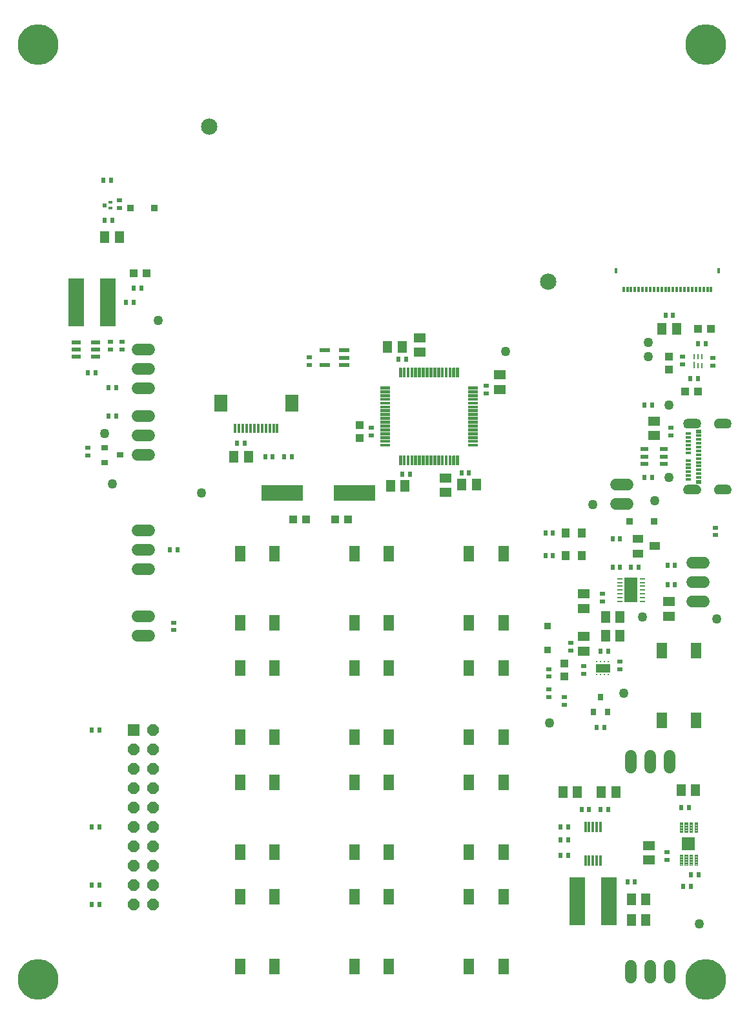
<source format=gbr>
G04 EAGLE Gerber RS-274X export*
G75*
%MOMM*%
%FSLAX34Y34*%
%LPD*%
%INSoldermask Top*%
%IPPOS*%
%AMOC8*
5,1,8,0,0,1.08239X$1,22.5*%
G01*
%ADD10R,1.500000X1.300000*%
%ADD11R,0.700000X0.600000*%
%ADD12R,0.600000X0.700000*%
%ADD13R,1.300000X1.500000*%
%ADD14R,1.100000X1.000000*%
%ADD15R,1.000000X1.100000*%
%ADD16R,1.100000X1.200000*%
%ADD17R,0.900000X0.950000*%
%ADD18R,0.950000X0.900000*%
%ADD19R,0.300000X1.400000*%
%ADD20R,1.200000X0.600000*%
%ADD21C,2.150000*%
%ADD22C,1.524000*%
%ADD23R,2.150000X6.300000*%
%ADD24R,1.400000X1.000000*%
%ADD25R,1.400000X2.100000*%
%ADD26R,1.500000X1.500000*%
%ADD27P,1.623585X8X292.500000*%
%ADD28C,0.120000*%
%ADD29R,1.660000X1.725000*%
%ADD30R,0.800000X0.900000*%
%ADD31R,0.280000X0.850078*%
%ADD32R,0.280000X0.750000*%
%ADD33R,0.230000X0.180000*%
%ADD34C,0.020800*%
%ADD35R,5.500000X2.000000*%
%ADD36R,1.400000X0.600000*%
%ADD37R,0.700000X0.250000*%
%ADD38R,1.700000X3.300000*%
%ADD39R,0.600000X0.400000*%
%ADD40R,0.600000X0.500000*%
%ADD41R,0.700000X0.300000*%
%ADD42R,0.700000X0.500000*%
%ADD43R,1.100000X0.600000*%
%ADD44R,0.972000X0.802000*%
%ADD45R,0.300000X1.300000*%
%ADD46R,1.800000X2.200000*%
%ADD47C,1.270000*%
%ADD48R,0.300000X0.800000*%
%ADD49R,0.400000X0.800000*%
%ADD50C,5.334000*%

G36*
X465003Y672753D02*
X465003Y672753D01*
X465005Y672751D01*
X466357Y672893D01*
X466362Y672898D01*
X466367Y672895D01*
X467659Y673315D01*
X467663Y673321D01*
X467668Y673319D01*
X468845Y673999D01*
X468848Y674006D01*
X468854Y674005D01*
X469863Y674914D01*
X469865Y674922D01*
X469870Y674922D01*
X470669Y676021D01*
X470669Y676029D01*
X470674Y676030D01*
X471227Y677271D01*
X471225Y677279D01*
X471230Y677281D01*
X471513Y678610D01*
X471509Y678617D01*
X471514Y678621D01*
X471514Y679979D01*
X471509Y679986D01*
X471513Y679990D01*
X471230Y681319D01*
X471224Y681324D01*
X471227Y681329D01*
X470674Y682570D01*
X470667Y682574D01*
X470669Y682579D01*
X469870Y683678D01*
X469863Y683681D01*
X469863Y683686D01*
X468854Y684595D01*
X468846Y684596D01*
X468845Y684601D01*
X467668Y685281D01*
X467661Y685280D01*
X467659Y685285D01*
X466367Y685705D01*
X466363Y685704D01*
X466359Y685704D01*
X466357Y685707D01*
X465005Y685849D01*
X465002Y685847D01*
X465000Y685849D01*
X455000Y685849D01*
X454997Y685847D01*
X454995Y685849D01*
X453643Y685707D01*
X453640Y685704D01*
X453637Y685704D01*
X453636Y685703D01*
X453633Y685705D01*
X452341Y685285D01*
X452337Y685279D01*
X452332Y685281D01*
X451155Y684601D01*
X451152Y684594D01*
X451146Y684595D01*
X450137Y683686D01*
X450135Y683678D01*
X450130Y683678D01*
X449331Y682579D01*
X449331Y682571D01*
X449326Y682570D01*
X448773Y681329D01*
X448775Y681321D01*
X448770Y681319D01*
X448487Y679990D01*
X448491Y679983D01*
X448486Y679979D01*
X448486Y678621D01*
X448491Y678614D01*
X448487Y678610D01*
X448770Y677281D01*
X448776Y677276D01*
X448773Y677271D01*
X449326Y676030D01*
X449333Y676026D01*
X449331Y676021D01*
X450130Y674922D01*
X450137Y674920D01*
X450137Y674914D01*
X451146Y674005D01*
X451154Y674004D01*
X451155Y673999D01*
X452332Y673319D01*
X452339Y673320D01*
X452341Y673315D01*
X453633Y672895D01*
X453641Y672898D01*
X453643Y672893D01*
X454995Y672751D01*
X454998Y672753D01*
X455000Y672751D01*
X465000Y672751D01*
X465003Y672753D01*
G37*
G36*
X425003Y672753D02*
X425003Y672753D01*
X425005Y672751D01*
X426357Y672893D01*
X426362Y672898D01*
X426367Y672895D01*
X427659Y673315D01*
X427663Y673321D01*
X427668Y673319D01*
X428845Y673999D01*
X428848Y674006D01*
X428854Y674005D01*
X429863Y674914D01*
X429865Y674922D01*
X429870Y674922D01*
X430669Y676021D01*
X430669Y676029D01*
X430674Y676030D01*
X431227Y677271D01*
X431225Y677279D01*
X431230Y677281D01*
X431513Y678610D01*
X431509Y678617D01*
X431514Y678621D01*
X431514Y679979D01*
X431509Y679986D01*
X431513Y679990D01*
X431230Y681319D01*
X431224Y681324D01*
X431227Y681329D01*
X430674Y682570D01*
X430667Y682574D01*
X430669Y682579D01*
X429870Y683678D01*
X429863Y683681D01*
X429863Y683686D01*
X428854Y684595D01*
X428846Y684596D01*
X428845Y684601D01*
X427668Y685281D01*
X427661Y685280D01*
X427659Y685285D01*
X426367Y685705D01*
X426363Y685704D01*
X426359Y685704D01*
X426357Y685707D01*
X425005Y685849D01*
X425002Y685847D01*
X425000Y685849D01*
X415000Y685849D01*
X414997Y685847D01*
X414995Y685849D01*
X413643Y685707D01*
X413640Y685704D01*
X413637Y685704D01*
X413636Y685703D01*
X413633Y685705D01*
X412341Y685285D01*
X412337Y685279D01*
X412332Y685281D01*
X411155Y684601D01*
X411152Y684594D01*
X411146Y684595D01*
X410137Y683686D01*
X410135Y683678D01*
X410130Y683678D01*
X409331Y682579D01*
X409331Y682571D01*
X409326Y682570D01*
X408773Y681329D01*
X408775Y681321D01*
X408770Y681319D01*
X408487Y679990D01*
X408491Y679983D01*
X408486Y679979D01*
X408486Y678621D01*
X408491Y678614D01*
X408487Y678610D01*
X408770Y677281D01*
X408776Y677276D01*
X408773Y677271D01*
X409326Y676030D01*
X409333Y676026D01*
X409331Y676021D01*
X410130Y674922D01*
X410137Y674920D01*
X410137Y674914D01*
X411146Y674005D01*
X411154Y674004D01*
X411155Y673999D01*
X412332Y673319D01*
X412339Y673320D01*
X412341Y673315D01*
X413633Y672895D01*
X413641Y672898D01*
X413643Y672893D01*
X414995Y672751D01*
X414998Y672753D01*
X415000Y672751D01*
X425000Y672751D01*
X425003Y672753D01*
G37*
G36*
X425003Y759153D02*
X425003Y759153D01*
X425005Y759151D01*
X426357Y759293D01*
X426362Y759298D01*
X426367Y759295D01*
X427659Y759715D01*
X427663Y759721D01*
X427668Y759719D01*
X428845Y760399D01*
X428848Y760406D01*
X428854Y760405D01*
X429863Y761314D01*
X429865Y761322D01*
X429870Y761322D01*
X430669Y762421D01*
X430669Y762429D01*
X430674Y762430D01*
X431227Y763671D01*
X431225Y763679D01*
X431230Y763681D01*
X431513Y765010D01*
X431509Y765017D01*
X431514Y765021D01*
X431514Y766379D01*
X431509Y766386D01*
X431513Y766390D01*
X431230Y767719D01*
X431224Y767724D01*
X431227Y767729D01*
X430674Y768970D01*
X430667Y768974D01*
X430669Y768979D01*
X429870Y770078D01*
X429863Y770081D01*
X429863Y770086D01*
X428854Y770995D01*
X428846Y770996D01*
X428845Y771001D01*
X427668Y771681D01*
X427661Y771680D01*
X427659Y771685D01*
X426367Y772105D01*
X426363Y772104D01*
X426359Y772104D01*
X426357Y772107D01*
X425005Y772249D01*
X425002Y772247D01*
X425000Y772249D01*
X415000Y772249D01*
X414997Y772247D01*
X414995Y772249D01*
X413643Y772107D01*
X413640Y772104D01*
X413637Y772104D01*
X413636Y772103D01*
X413633Y772105D01*
X412341Y771685D01*
X412337Y771679D01*
X412332Y771681D01*
X411155Y771001D01*
X411152Y770994D01*
X411146Y770995D01*
X410137Y770086D01*
X410135Y770078D01*
X410130Y770078D01*
X409331Y768979D01*
X409331Y768971D01*
X409326Y768970D01*
X408773Y767729D01*
X408775Y767721D01*
X408770Y767719D01*
X408487Y766390D01*
X408491Y766383D01*
X408486Y766379D01*
X408486Y765021D01*
X408491Y765014D01*
X408487Y765010D01*
X408770Y763681D01*
X408776Y763676D01*
X408773Y763671D01*
X409326Y762430D01*
X409333Y762426D01*
X409331Y762421D01*
X410130Y761322D01*
X410137Y761320D01*
X410137Y761314D01*
X411146Y760405D01*
X411154Y760404D01*
X411155Y760399D01*
X412332Y759719D01*
X412339Y759720D01*
X412341Y759715D01*
X413633Y759295D01*
X413641Y759298D01*
X413643Y759293D01*
X414995Y759151D01*
X414998Y759153D01*
X415000Y759151D01*
X425000Y759151D01*
X425003Y759153D01*
G37*
G36*
X465003Y759153D02*
X465003Y759153D01*
X465005Y759151D01*
X466357Y759293D01*
X466362Y759298D01*
X466367Y759295D01*
X467659Y759715D01*
X467663Y759721D01*
X467668Y759719D01*
X468845Y760399D01*
X468848Y760406D01*
X468854Y760405D01*
X469863Y761314D01*
X469865Y761322D01*
X469870Y761322D01*
X470669Y762421D01*
X470669Y762429D01*
X470674Y762430D01*
X471227Y763671D01*
X471225Y763679D01*
X471230Y763681D01*
X471513Y765010D01*
X471509Y765017D01*
X471514Y765021D01*
X471514Y766379D01*
X471509Y766386D01*
X471513Y766390D01*
X471230Y767719D01*
X471224Y767724D01*
X471227Y767729D01*
X470674Y768970D01*
X470667Y768974D01*
X470669Y768979D01*
X469870Y770078D01*
X469863Y770081D01*
X469863Y770086D01*
X468854Y770995D01*
X468846Y770996D01*
X468845Y771001D01*
X467668Y771681D01*
X467661Y771680D01*
X467659Y771685D01*
X466367Y772105D01*
X466363Y772104D01*
X466359Y772104D01*
X466357Y772107D01*
X465005Y772249D01*
X465002Y772247D01*
X465000Y772249D01*
X455000Y772249D01*
X454997Y772247D01*
X454995Y772249D01*
X453643Y772107D01*
X453640Y772104D01*
X453637Y772104D01*
X453636Y772103D01*
X453633Y772105D01*
X452341Y771685D01*
X452337Y771679D01*
X452332Y771681D01*
X451155Y771001D01*
X451152Y770994D01*
X451146Y770995D01*
X450137Y770086D01*
X450135Y770078D01*
X450130Y770078D01*
X449331Y768979D01*
X449331Y768971D01*
X449326Y768970D01*
X448773Y767729D01*
X448775Y767721D01*
X448770Y767719D01*
X448487Y766390D01*
X448491Y766383D01*
X448486Y766379D01*
X448486Y765021D01*
X448491Y765014D01*
X448487Y765010D01*
X448770Y763681D01*
X448776Y763676D01*
X448773Y763671D01*
X449326Y762430D01*
X449333Y762426D01*
X449331Y762421D01*
X450130Y761322D01*
X450137Y761320D01*
X450137Y761314D01*
X451146Y760405D01*
X451154Y760404D01*
X451155Y760399D01*
X452332Y759719D01*
X452339Y759720D01*
X452341Y759715D01*
X453633Y759295D01*
X453641Y759298D01*
X453643Y759293D01*
X454995Y759151D01*
X454998Y759153D01*
X455000Y759151D01*
X465000Y759151D01*
X465003Y759153D01*
G37*
G36*
X23508Y800502D02*
X23508Y800502D01*
X23517Y800501D01*
X23605Y800522D01*
X23695Y800540D01*
X23702Y800545D01*
X23710Y800547D01*
X23783Y800601D01*
X23859Y800653D01*
X23863Y800660D01*
X23870Y800665D01*
X23917Y800743D01*
X23966Y800820D01*
X23967Y800829D01*
X23972Y800836D01*
X23999Y801000D01*
X23999Y804000D01*
X23998Y804006D01*
X23999Y804012D01*
X23999Y804014D01*
X23999Y804017D01*
X23978Y804105D01*
X23960Y804195D01*
X23955Y804202D01*
X23953Y804210D01*
X23899Y804283D01*
X23847Y804359D01*
X23840Y804363D01*
X23835Y804370D01*
X23757Y804417D01*
X23680Y804466D01*
X23671Y804467D01*
X23664Y804472D01*
X23500Y804499D01*
X11500Y804499D01*
X11492Y804498D01*
X11483Y804499D01*
X11395Y804478D01*
X11305Y804460D01*
X11298Y804455D01*
X11290Y804453D01*
X11217Y804399D01*
X11141Y804347D01*
X11137Y804340D01*
X11130Y804335D01*
X11083Y804257D01*
X11034Y804180D01*
X11033Y804171D01*
X11028Y804164D01*
X11001Y804000D01*
X11001Y801000D01*
X11002Y800992D01*
X11001Y800983D01*
X11022Y800895D01*
X11040Y800805D01*
X11045Y800798D01*
X11047Y800790D01*
X11101Y800717D01*
X11153Y800641D01*
X11160Y800637D01*
X11165Y800630D01*
X11243Y800583D01*
X11320Y800534D01*
X11329Y800533D01*
X11336Y800528D01*
X11500Y800501D01*
X23500Y800501D01*
X23508Y800502D01*
G37*
G36*
X138508Y795502D02*
X138508Y795502D01*
X138517Y795501D01*
X138605Y795522D01*
X138695Y795540D01*
X138702Y795545D01*
X138710Y795547D01*
X138783Y795601D01*
X138859Y795653D01*
X138863Y795660D01*
X138870Y795665D01*
X138917Y795743D01*
X138966Y795820D01*
X138967Y795829D01*
X138972Y795836D01*
X138999Y796000D01*
X138999Y799000D01*
X138998Y799006D01*
X138999Y799012D01*
X138999Y799014D01*
X138999Y799017D01*
X138978Y799105D01*
X138960Y799195D01*
X138955Y799202D01*
X138953Y799210D01*
X138899Y799283D01*
X138847Y799359D01*
X138840Y799363D01*
X138835Y799370D01*
X138757Y799417D01*
X138680Y799466D01*
X138671Y799467D01*
X138664Y799472D01*
X138500Y799499D01*
X126500Y799499D01*
X126492Y799498D01*
X126483Y799499D01*
X126395Y799478D01*
X126305Y799460D01*
X126298Y799455D01*
X126290Y799453D01*
X126217Y799399D01*
X126141Y799347D01*
X126137Y799340D01*
X126130Y799335D01*
X126083Y799257D01*
X126034Y799180D01*
X126033Y799171D01*
X126028Y799164D01*
X126001Y799000D01*
X126001Y796000D01*
X126002Y795992D01*
X126001Y795983D01*
X126022Y795895D01*
X126040Y795805D01*
X126045Y795798D01*
X126047Y795790D01*
X126101Y795717D01*
X126153Y795641D01*
X126160Y795637D01*
X126165Y795630D01*
X126243Y795583D01*
X126320Y795534D01*
X126329Y795533D01*
X126336Y795528D01*
X126500Y795501D01*
X138500Y795501D01*
X138508Y795502D01*
G37*
G36*
X23508Y795502D02*
X23508Y795502D01*
X23517Y795501D01*
X23605Y795522D01*
X23695Y795540D01*
X23702Y795545D01*
X23710Y795547D01*
X23783Y795601D01*
X23859Y795653D01*
X23863Y795660D01*
X23870Y795665D01*
X23917Y795743D01*
X23966Y795820D01*
X23967Y795829D01*
X23972Y795836D01*
X23999Y796000D01*
X23999Y799000D01*
X23998Y799006D01*
X23999Y799012D01*
X23999Y799014D01*
X23999Y799017D01*
X23978Y799105D01*
X23960Y799195D01*
X23955Y799202D01*
X23953Y799210D01*
X23899Y799283D01*
X23847Y799359D01*
X23840Y799363D01*
X23835Y799370D01*
X23757Y799417D01*
X23680Y799466D01*
X23671Y799467D01*
X23664Y799472D01*
X23500Y799499D01*
X11500Y799499D01*
X11492Y799498D01*
X11483Y799499D01*
X11395Y799478D01*
X11305Y799460D01*
X11298Y799455D01*
X11290Y799453D01*
X11217Y799399D01*
X11141Y799347D01*
X11137Y799340D01*
X11130Y799335D01*
X11083Y799257D01*
X11034Y799180D01*
X11033Y799171D01*
X11028Y799164D01*
X11001Y799000D01*
X11001Y796000D01*
X11002Y795992D01*
X11001Y795983D01*
X11022Y795895D01*
X11040Y795805D01*
X11045Y795798D01*
X11047Y795790D01*
X11101Y795717D01*
X11153Y795641D01*
X11160Y795637D01*
X11165Y795630D01*
X11243Y795583D01*
X11320Y795534D01*
X11329Y795533D01*
X11336Y795528D01*
X11500Y795501D01*
X23500Y795501D01*
X23508Y795502D01*
G37*
G36*
X23508Y790502D02*
X23508Y790502D01*
X23517Y790501D01*
X23605Y790522D01*
X23695Y790540D01*
X23702Y790545D01*
X23710Y790547D01*
X23783Y790601D01*
X23859Y790653D01*
X23863Y790660D01*
X23870Y790665D01*
X23917Y790743D01*
X23966Y790820D01*
X23967Y790829D01*
X23972Y790836D01*
X23999Y791000D01*
X23999Y794000D01*
X23998Y794006D01*
X23999Y794012D01*
X23999Y794014D01*
X23999Y794017D01*
X23978Y794105D01*
X23960Y794195D01*
X23955Y794202D01*
X23953Y794210D01*
X23899Y794283D01*
X23847Y794359D01*
X23840Y794363D01*
X23835Y794370D01*
X23757Y794417D01*
X23680Y794466D01*
X23671Y794467D01*
X23664Y794472D01*
X23500Y794499D01*
X11500Y794499D01*
X11492Y794498D01*
X11483Y794499D01*
X11395Y794478D01*
X11305Y794460D01*
X11298Y794455D01*
X11290Y794453D01*
X11217Y794399D01*
X11141Y794347D01*
X11137Y794340D01*
X11130Y794335D01*
X11083Y794257D01*
X11034Y794180D01*
X11033Y794171D01*
X11028Y794164D01*
X11001Y794000D01*
X11001Y791000D01*
X11002Y790992D01*
X11001Y790983D01*
X11022Y790895D01*
X11040Y790805D01*
X11045Y790798D01*
X11047Y790790D01*
X11101Y790717D01*
X11153Y790641D01*
X11160Y790637D01*
X11165Y790630D01*
X11243Y790583D01*
X11320Y790534D01*
X11329Y790533D01*
X11336Y790528D01*
X11500Y790501D01*
X23500Y790501D01*
X23508Y790502D01*
G37*
G36*
X138508Y790502D02*
X138508Y790502D01*
X138517Y790501D01*
X138605Y790522D01*
X138695Y790540D01*
X138702Y790545D01*
X138710Y790547D01*
X138783Y790601D01*
X138859Y790653D01*
X138863Y790660D01*
X138870Y790665D01*
X138917Y790743D01*
X138966Y790820D01*
X138967Y790829D01*
X138972Y790836D01*
X138999Y791000D01*
X138999Y794000D01*
X138998Y794006D01*
X138999Y794012D01*
X138999Y794014D01*
X138999Y794017D01*
X138978Y794105D01*
X138960Y794195D01*
X138955Y794202D01*
X138953Y794210D01*
X138899Y794283D01*
X138847Y794359D01*
X138840Y794363D01*
X138835Y794370D01*
X138757Y794417D01*
X138680Y794466D01*
X138671Y794467D01*
X138664Y794472D01*
X138500Y794499D01*
X126500Y794499D01*
X126492Y794498D01*
X126483Y794499D01*
X126395Y794478D01*
X126305Y794460D01*
X126298Y794455D01*
X126290Y794453D01*
X126217Y794399D01*
X126141Y794347D01*
X126137Y794340D01*
X126130Y794335D01*
X126083Y794257D01*
X126034Y794180D01*
X126033Y794171D01*
X126028Y794164D01*
X126001Y794000D01*
X126001Y791000D01*
X126002Y790992D01*
X126001Y790983D01*
X126022Y790895D01*
X126040Y790805D01*
X126045Y790798D01*
X126047Y790790D01*
X126101Y790717D01*
X126153Y790641D01*
X126160Y790637D01*
X126165Y790630D01*
X126243Y790583D01*
X126320Y790534D01*
X126329Y790533D01*
X126336Y790528D01*
X126500Y790501D01*
X138500Y790501D01*
X138508Y790502D01*
G37*
G36*
X138508Y785502D02*
X138508Y785502D01*
X138517Y785501D01*
X138605Y785522D01*
X138695Y785540D01*
X138702Y785545D01*
X138710Y785547D01*
X138783Y785601D01*
X138859Y785653D01*
X138863Y785660D01*
X138870Y785665D01*
X138917Y785743D01*
X138966Y785820D01*
X138967Y785829D01*
X138972Y785836D01*
X138999Y786000D01*
X138999Y789000D01*
X138998Y789006D01*
X138999Y789012D01*
X138999Y789014D01*
X138999Y789017D01*
X138978Y789105D01*
X138960Y789195D01*
X138955Y789202D01*
X138953Y789210D01*
X138899Y789283D01*
X138847Y789359D01*
X138840Y789363D01*
X138835Y789370D01*
X138757Y789417D01*
X138680Y789466D01*
X138671Y789467D01*
X138664Y789472D01*
X138500Y789499D01*
X126500Y789499D01*
X126492Y789498D01*
X126483Y789499D01*
X126395Y789478D01*
X126305Y789460D01*
X126298Y789455D01*
X126290Y789453D01*
X126217Y789399D01*
X126141Y789347D01*
X126137Y789340D01*
X126130Y789335D01*
X126083Y789257D01*
X126034Y789180D01*
X126033Y789171D01*
X126028Y789164D01*
X126001Y789000D01*
X126001Y786000D01*
X126002Y785992D01*
X126001Y785983D01*
X126022Y785895D01*
X126040Y785805D01*
X126045Y785798D01*
X126047Y785790D01*
X126101Y785717D01*
X126153Y785641D01*
X126160Y785637D01*
X126165Y785630D01*
X126243Y785583D01*
X126320Y785534D01*
X126329Y785533D01*
X126336Y785528D01*
X126500Y785501D01*
X138500Y785501D01*
X138508Y785502D01*
G37*
G36*
X23508Y785502D02*
X23508Y785502D01*
X23517Y785501D01*
X23605Y785522D01*
X23695Y785540D01*
X23702Y785545D01*
X23710Y785547D01*
X23783Y785601D01*
X23859Y785653D01*
X23863Y785660D01*
X23870Y785665D01*
X23917Y785743D01*
X23966Y785820D01*
X23967Y785829D01*
X23972Y785836D01*
X23999Y786000D01*
X23999Y789000D01*
X23998Y789006D01*
X23999Y789012D01*
X23999Y789014D01*
X23999Y789017D01*
X23978Y789105D01*
X23960Y789195D01*
X23955Y789202D01*
X23953Y789210D01*
X23899Y789283D01*
X23847Y789359D01*
X23840Y789363D01*
X23835Y789370D01*
X23757Y789417D01*
X23680Y789466D01*
X23671Y789467D01*
X23664Y789472D01*
X23500Y789499D01*
X11500Y789499D01*
X11492Y789498D01*
X11483Y789499D01*
X11395Y789478D01*
X11305Y789460D01*
X11298Y789455D01*
X11290Y789453D01*
X11217Y789399D01*
X11141Y789347D01*
X11137Y789340D01*
X11130Y789335D01*
X11083Y789257D01*
X11034Y789180D01*
X11033Y789171D01*
X11028Y789164D01*
X11001Y789000D01*
X11001Y786000D01*
X11002Y785992D01*
X11001Y785983D01*
X11022Y785895D01*
X11040Y785805D01*
X11045Y785798D01*
X11047Y785790D01*
X11101Y785717D01*
X11153Y785641D01*
X11160Y785637D01*
X11165Y785630D01*
X11243Y785583D01*
X11320Y785534D01*
X11329Y785533D01*
X11336Y785528D01*
X11500Y785501D01*
X23500Y785501D01*
X23508Y785502D01*
G37*
G36*
X138508Y780502D02*
X138508Y780502D01*
X138517Y780501D01*
X138605Y780522D01*
X138695Y780540D01*
X138702Y780545D01*
X138710Y780547D01*
X138783Y780601D01*
X138859Y780653D01*
X138863Y780660D01*
X138870Y780665D01*
X138917Y780743D01*
X138966Y780820D01*
X138967Y780829D01*
X138972Y780836D01*
X138999Y781000D01*
X138999Y784000D01*
X138998Y784006D01*
X138999Y784012D01*
X138999Y784014D01*
X138999Y784017D01*
X138978Y784105D01*
X138960Y784195D01*
X138955Y784202D01*
X138953Y784210D01*
X138899Y784283D01*
X138847Y784359D01*
X138840Y784363D01*
X138835Y784370D01*
X138757Y784417D01*
X138680Y784466D01*
X138671Y784467D01*
X138664Y784472D01*
X138500Y784499D01*
X126500Y784499D01*
X126492Y784498D01*
X126483Y784499D01*
X126395Y784478D01*
X126305Y784460D01*
X126298Y784455D01*
X126290Y784453D01*
X126217Y784399D01*
X126141Y784347D01*
X126137Y784340D01*
X126130Y784335D01*
X126083Y784257D01*
X126034Y784180D01*
X126033Y784171D01*
X126028Y784164D01*
X126001Y784000D01*
X126001Y781000D01*
X126002Y780992D01*
X126001Y780983D01*
X126022Y780895D01*
X126040Y780805D01*
X126045Y780798D01*
X126047Y780790D01*
X126101Y780717D01*
X126153Y780641D01*
X126160Y780637D01*
X126165Y780630D01*
X126243Y780583D01*
X126320Y780534D01*
X126329Y780533D01*
X126336Y780528D01*
X126500Y780501D01*
X138500Y780501D01*
X138508Y780502D01*
G37*
G36*
X23508Y780502D02*
X23508Y780502D01*
X23517Y780501D01*
X23605Y780522D01*
X23695Y780540D01*
X23702Y780545D01*
X23710Y780547D01*
X23783Y780601D01*
X23859Y780653D01*
X23863Y780660D01*
X23870Y780665D01*
X23917Y780743D01*
X23966Y780820D01*
X23967Y780829D01*
X23972Y780836D01*
X23999Y781000D01*
X23999Y784000D01*
X23998Y784006D01*
X23999Y784012D01*
X23999Y784014D01*
X23999Y784017D01*
X23978Y784105D01*
X23960Y784195D01*
X23955Y784202D01*
X23953Y784210D01*
X23899Y784283D01*
X23847Y784359D01*
X23840Y784363D01*
X23835Y784370D01*
X23757Y784417D01*
X23680Y784466D01*
X23671Y784467D01*
X23664Y784472D01*
X23500Y784499D01*
X11500Y784499D01*
X11492Y784498D01*
X11483Y784499D01*
X11395Y784478D01*
X11305Y784460D01*
X11298Y784455D01*
X11290Y784453D01*
X11217Y784399D01*
X11141Y784347D01*
X11137Y784340D01*
X11130Y784335D01*
X11083Y784257D01*
X11034Y784180D01*
X11033Y784171D01*
X11028Y784164D01*
X11001Y784000D01*
X11001Y781000D01*
X11002Y780992D01*
X11001Y780983D01*
X11022Y780895D01*
X11040Y780805D01*
X11045Y780798D01*
X11047Y780790D01*
X11101Y780717D01*
X11153Y780641D01*
X11160Y780637D01*
X11165Y780630D01*
X11243Y780583D01*
X11320Y780534D01*
X11329Y780533D01*
X11336Y780528D01*
X11500Y780501D01*
X23500Y780501D01*
X23508Y780502D01*
G37*
G36*
X23508Y775502D02*
X23508Y775502D01*
X23517Y775501D01*
X23605Y775522D01*
X23695Y775540D01*
X23702Y775545D01*
X23710Y775547D01*
X23783Y775601D01*
X23859Y775653D01*
X23863Y775660D01*
X23870Y775665D01*
X23917Y775743D01*
X23966Y775820D01*
X23967Y775829D01*
X23972Y775836D01*
X23999Y776000D01*
X23999Y779000D01*
X23998Y779006D01*
X23999Y779012D01*
X23999Y779014D01*
X23999Y779017D01*
X23978Y779105D01*
X23960Y779195D01*
X23955Y779202D01*
X23953Y779210D01*
X23899Y779283D01*
X23847Y779359D01*
X23840Y779363D01*
X23835Y779370D01*
X23757Y779417D01*
X23680Y779466D01*
X23671Y779467D01*
X23664Y779472D01*
X23500Y779499D01*
X11500Y779499D01*
X11492Y779498D01*
X11483Y779499D01*
X11395Y779478D01*
X11305Y779460D01*
X11298Y779455D01*
X11290Y779453D01*
X11217Y779399D01*
X11141Y779347D01*
X11137Y779340D01*
X11130Y779335D01*
X11083Y779257D01*
X11034Y779180D01*
X11033Y779171D01*
X11028Y779164D01*
X11001Y779000D01*
X11001Y776000D01*
X11002Y775992D01*
X11001Y775983D01*
X11022Y775895D01*
X11040Y775805D01*
X11045Y775798D01*
X11047Y775790D01*
X11101Y775717D01*
X11153Y775641D01*
X11160Y775637D01*
X11165Y775630D01*
X11243Y775583D01*
X11320Y775534D01*
X11329Y775533D01*
X11336Y775528D01*
X11500Y775501D01*
X23500Y775501D01*
X23508Y775502D01*
G37*
G36*
X138508Y775502D02*
X138508Y775502D01*
X138517Y775501D01*
X138605Y775522D01*
X138695Y775540D01*
X138702Y775545D01*
X138710Y775547D01*
X138783Y775601D01*
X138859Y775653D01*
X138863Y775660D01*
X138870Y775665D01*
X138917Y775743D01*
X138966Y775820D01*
X138967Y775829D01*
X138972Y775836D01*
X138999Y776000D01*
X138999Y779000D01*
X138998Y779006D01*
X138999Y779012D01*
X138999Y779014D01*
X138999Y779017D01*
X138978Y779105D01*
X138960Y779195D01*
X138955Y779202D01*
X138953Y779210D01*
X138899Y779283D01*
X138847Y779359D01*
X138840Y779363D01*
X138835Y779370D01*
X138757Y779417D01*
X138680Y779466D01*
X138671Y779467D01*
X138664Y779472D01*
X138500Y779499D01*
X126500Y779499D01*
X126492Y779498D01*
X126483Y779499D01*
X126395Y779478D01*
X126305Y779460D01*
X126298Y779455D01*
X126290Y779453D01*
X126217Y779399D01*
X126141Y779347D01*
X126137Y779340D01*
X126130Y779335D01*
X126083Y779257D01*
X126034Y779180D01*
X126033Y779171D01*
X126028Y779164D01*
X126001Y779000D01*
X126001Y776000D01*
X126002Y775992D01*
X126001Y775983D01*
X126022Y775895D01*
X126040Y775805D01*
X126045Y775798D01*
X126047Y775790D01*
X126101Y775717D01*
X126153Y775641D01*
X126160Y775637D01*
X126165Y775630D01*
X126243Y775583D01*
X126320Y775534D01*
X126329Y775533D01*
X126336Y775528D01*
X126500Y775501D01*
X138500Y775501D01*
X138508Y775502D01*
G37*
G36*
X23508Y770502D02*
X23508Y770502D01*
X23517Y770501D01*
X23605Y770522D01*
X23695Y770540D01*
X23702Y770545D01*
X23710Y770547D01*
X23783Y770601D01*
X23859Y770653D01*
X23863Y770660D01*
X23870Y770665D01*
X23917Y770743D01*
X23966Y770820D01*
X23967Y770829D01*
X23972Y770836D01*
X23999Y771000D01*
X23999Y774000D01*
X23998Y774006D01*
X23999Y774012D01*
X23999Y774014D01*
X23999Y774017D01*
X23978Y774105D01*
X23960Y774195D01*
X23955Y774202D01*
X23953Y774210D01*
X23899Y774283D01*
X23847Y774359D01*
X23840Y774363D01*
X23835Y774370D01*
X23757Y774417D01*
X23680Y774466D01*
X23671Y774467D01*
X23664Y774472D01*
X23500Y774499D01*
X11500Y774499D01*
X11492Y774498D01*
X11483Y774499D01*
X11395Y774478D01*
X11305Y774460D01*
X11298Y774455D01*
X11290Y774453D01*
X11217Y774399D01*
X11141Y774347D01*
X11137Y774340D01*
X11130Y774335D01*
X11083Y774257D01*
X11034Y774180D01*
X11033Y774171D01*
X11028Y774164D01*
X11001Y774000D01*
X11001Y771000D01*
X11002Y770992D01*
X11001Y770983D01*
X11022Y770895D01*
X11040Y770805D01*
X11045Y770798D01*
X11047Y770790D01*
X11101Y770717D01*
X11153Y770641D01*
X11160Y770637D01*
X11165Y770630D01*
X11243Y770583D01*
X11320Y770534D01*
X11329Y770533D01*
X11336Y770528D01*
X11500Y770501D01*
X23500Y770501D01*
X23508Y770502D01*
G37*
G36*
X138508Y770502D02*
X138508Y770502D01*
X138517Y770501D01*
X138605Y770522D01*
X138695Y770540D01*
X138702Y770545D01*
X138710Y770547D01*
X138783Y770601D01*
X138859Y770653D01*
X138863Y770660D01*
X138870Y770665D01*
X138917Y770743D01*
X138966Y770820D01*
X138967Y770829D01*
X138972Y770836D01*
X138999Y771000D01*
X138999Y774000D01*
X138998Y774006D01*
X138999Y774012D01*
X138999Y774014D01*
X138999Y774017D01*
X138978Y774105D01*
X138960Y774195D01*
X138955Y774202D01*
X138953Y774210D01*
X138899Y774283D01*
X138847Y774359D01*
X138840Y774363D01*
X138835Y774370D01*
X138757Y774417D01*
X138680Y774466D01*
X138671Y774467D01*
X138664Y774472D01*
X138500Y774499D01*
X126500Y774499D01*
X126492Y774498D01*
X126483Y774499D01*
X126395Y774478D01*
X126305Y774460D01*
X126298Y774455D01*
X126290Y774453D01*
X126217Y774399D01*
X126141Y774347D01*
X126137Y774340D01*
X126130Y774335D01*
X126083Y774257D01*
X126034Y774180D01*
X126033Y774171D01*
X126028Y774164D01*
X126001Y774000D01*
X126001Y771000D01*
X126002Y770992D01*
X126001Y770983D01*
X126022Y770895D01*
X126040Y770805D01*
X126045Y770798D01*
X126047Y770790D01*
X126101Y770717D01*
X126153Y770641D01*
X126160Y770637D01*
X126165Y770630D01*
X126243Y770583D01*
X126320Y770534D01*
X126329Y770533D01*
X126336Y770528D01*
X126500Y770501D01*
X138500Y770501D01*
X138508Y770502D01*
G37*
G36*
X23508Y810502D02*
X23508Y810502D01*
X23517Y810501D01*
X23605Y810522D01*
X23695Y810540D01*
X23702Y810545D01*
X23710Y810547D01*
X23783Y810601D01*
X23859Y810653D01*
X23863Y810660D01*
X23870Y810665D01*
X23917Y810743D01*
X23966Y810820D01*
X23967Y810829D01*
X23972Y810836D01*
X23999Y811000D01*
X23999Y814000D01*
X23998Y814006D01*
X23999Y814012D01*
X23999Y814014D01*
X23999Y814017D01*
X23978Y814105D01*
X23960Y814195D01*
X23955Y814202D01*
X23953Y814210D01*
X23899Y814283D01*
X23847Y814359D01*
X23840Y814363D01*
X23835Y814370D01*
X23757Y814417D01*
X23680Y814466D01*
X23671Y814467D01*
X23664Y814472D01*
X23500Y814499D01*
X11500Y814499D01*
X11492Y814498D01*
X11483Y814499D01*
X11395Y814478D01*
X11305Y814460D01*
X11298Y814455D01*
X11290Y814453D01*
X11217Y814399D01*
X11141Y814347D01*
X11137Y814340D01*
X11130Y814335D01*
X11083Y814257D01*
X11034Y814180D01*
X11033Y814171D01*
X11028Y814164D01*
X11001Y814000D01*
X11001Y811000D01*
X11002Y810992D01*
X11001Y810983D01*
X11022Y810895D01*
X11040Y810805D01*
X11045Y810798D01*
X11047Y810790D01*
X11101Y810717D01*
X11153Y810641D01*
X11160Y810637D01*
X11165Y810630D01*
X11243Y810583D01*
X11320Y810534D01*
X11329Y810533D01*
X11336Y810528D01*
X11500Y810501D01*
X23500Y810501D01*
X23508Y810502D01*
G37*
G36*
X138508Y810502D02*
X138508Y810502D01*
X138517Y810501D01*
X138605Y810522D01*
X138695Y810540D01*
X138702Y810545D01*
X138710Y810547D01*
X138783Y810601D01*
X138859Y810653D01*
X138863Y810660D01*
X138870Y810665D01*
X138917Y810743D01*
X138966Y810820D01*
X138967Y810829D01*
X138972Y810836D01*
X138999Y811000D01*
X138999Y814000D01*
X138998Y814006D01*
X138999Y814012D01*
X138999Y814014D01*
X138999Y814017D01*
X138978Y814105D01*
X138960Y814195D01*
X138955Y814202D01*
X138953Y814210D01*
X138899Y814283D01*
X138847Y814359D01*
X138840Y814363D01*
X138835Y814370D01*
X138757Y814417D01*
X138680Y814466D01*
X138671Y814467D01*
X138664Y814472D01*
X138500Y814499D01*
X126500Y814499D01*
X126492Y814498D01*
X126483Y814499D01*
X126395Y814478D01*
X126305Y814460D01*
X126298Y814455D01*
X126290Y814453D01*
X126217Y814399D01*
X126141Y814347D01*
X126137Y814340D01*
X126130Y814335D01*
X126083Y814257D01*
X126034Y814180D01*
X126033Y814171D01*
X126028Y814164D01*
X126001Y814000D01*
X126001Y811000D01*
X126002Y810992D01*
X126001Y810983D01*
X126022Y810895D01*
X126040Y810805D01*
X126045Y810798D01*
X126047Y810790D01*
X126101Y810717D01*
X126153Y810641D01*
X126160Y810637D01*
X126165Y810630D01*
X126243Y810583D01*
X126320Y810534D01*
X126329Y810533D01*
X126336Y810528D01*
X126500Y810501D01*
X138500Y810501D01*
X138508Y810502D01*
G37*
G36*
X23508Y805502D02*
X23508Y805502D01*
X23517Y805501D01*
X23605Y805522D01*
X23695Y805540D01*
X23702Y805545D01*
X23710Y805547D01*
X23783Y805601D01*
X23859Y805653D01*
X23863Y805660D01*
X23870Y805665D01*
X23917Y805743D01*
X23966Y805820D01*
X23967Y805829D01*
X23972Y805836D01*
X23999Y806000D01*
X23999Y809000D01*
X23998Y809006D01*
X23999Y809012D01*
X23999Y809014D01*
X23999Y809017D01*
X23978Y809105D01*
X23960Y809195D01*
X23955Y809202D01*
X23953Y809210D01*
X23899Y809283D01*
X23847Y809359D01*
X23840Y809363D01*
X23835Y809370D01*
X23757Y809417D01*
X23680Y809466D01*
X23671Y809467D01*
X23664Y809472D01*
X23500Y809499D01*
X11500Y809499D01*
X11492Y809498D01*
X11483Y809499D01*
X11395Y809478D01*
X11305Y809460D01*
X11298Y809455D01*
X11290Y809453D01*
X11217Y809399D01*
X11141Y809347D01*
X11137Y809340D01*
X11130Y809335D01*
X11083Y809257D01*
X11034Y809180D01*
X11033Y809171D01*
X11028Y809164D01*
X11001Y809000D01*
X11001Y806000D01*
X11002Y805992D01*
X11001Y805983D01*
X11022Y805895D01*
X11040Y805805D01*
X11045Y805798D01*
X11047Y805790D01*
X11101Y805717D01*
X11153Y805641D01*
X11160Y805637D01*
X11165Y805630D01*
X11243Y805583D01*
X11320Y805534D01*
X11329Y805533D01*
X11336Y805528D01*
X11500Y805501D01*
X23500Y805501D01*
X23508Y805502D01*
G37*
G36*
X23508Y765502D02*
X23508Y765502D01*
X23517Y765501D01*
X23605Y765522D01*
X23695Y765540D01*
X23702Y765545D01*
X23710Y765547D01*
X23783Y765601D01*
X23859Y765653D01*
X23863Y765660D01*
X23870Y765665D01*
X23917Y765743D01*
X23966Y765820D01*
X23967Y765829D01*
X23972Y765836D01*
X23999Y766000D01*
X23999Y769000D01*
X23998Y769006D01*
X23999Y769012D01*
X23999Y769014D01*
X23999Y769017D01*
X23978Y769105D01*
X23960Y769195D01*
X23955Y769202D01*
X23953Y769210D01*
X23899Y769283D01*
X23847Y769359D01*
X23840Y769363D01*
X23835Y769370D01*
X23757Y769417D01*
X23680Y769466D01*
X23671Y769467D01*
X23664Y769472D01*
X23500Y769499D01*
X11500Y769499D01*
X11492Y769498D01*
X11483Y769499D01*
X11395Y769478D01*
X11305Y769460D01*
X11298Y769455D01*
X11290Y769453D01*
X11217Y769399D01*
X11141Y769347D01*
X11137Y769340D01*
X11130Y769335D01*
X11083Y769257D01*
X11034Y769180D01*
X11033Y769171D01*
X11028Y769164D01*
X11001Y769000D01*
X11001Y766000D01*
X11002Y765992D01*
X11001Y765983D01*
X11022Y765895D01*
X11040Y765805D01*
X11045Y765798D01*
X11047Y765790D01*
X11101Y765717D01*
X11153Y765641D01*
X11160Y765637D01*
X11165Y765630D01*
X11243Y765583D01*
X11320Y765534D01*
X11329Y765533D01*
X11336Y765528D01*
X11500Y765501D01*
X23500Y765501D01*
X23508Y765502D01*
G37*
G36*
X138508Y765502D02*
X138508Y765502D01*
X138517Y765501D01*
X138605Y765522D01*
X138695Y765540D01*
X138702Y765545D01*
X138710Y765547D01*
X138783Y765601D01*
X138859Y765653D01*
X138863Y765660D01*
X138870Y765665D01*
X138917Y765743D01*
X138966Y765820D01*
X138967Y765829D01*
X138972Y765836D01*
X138999Y766000D01*
X138999Y769000D01*
X138998Y769006D01*
X138999Y769012D01*
X138999Y769014D01*
X138999Y769017D01*
X138978Y769105D01*
X138960Y769195D01*
X138955Y769202D01*
X138953Y769210D01*
X138899Y769283D01*
X138847Y769359D01*
X138840Y769363D01*
X138835Y769370D01*
X138757Y769417D01*
X138680Y769466D01*
X138671Y769467D01*
X138664Y769472D01*
X138500Y769499D01*
X126500Y769499D01*
X126492Y769498D01*
X126483Y769499D01*
X126395Y769478D01*
X126305Y769460D01*
X126298Y769455D01*
X126290Y769453D01*
X126217Y769399D01*
X126141Y769347D01*
X126137Y769340D01*
X126130Y769335D01*
X126083Y769257D01*
X126034Y769180D01*
X126033Y769171D01*
X126028Y769164D01*
X126001Y769000D01*
X126001Y766000D01*
X126002Y765992D01*
X126001Y765983D01*
X126022Y765895D01*
X126040Y765805D01*
X126045Y765798D01*
X126047Y765790D01*
X126101Y765717D01*
X126153Y765641D01*
X126160Y765637D01*
X126165Y765630D01*
X126243Y765583D01*
X126320Y765534D01*
X126329Y765533D01*
X126336Y765528D01*
X126500Y765501D01*
X138500Y765501D01*
X138508Y765502D01*
G37*
G36*
X23508Y760502D02*
X23508Y760502D01*
X23517Y760501D01*
X23605Y760522D01*
X23695Y760540D01*
X23702Y760545D01*
X23710Y760547D01*
X23783Y760601D01*
X23859Y760653D01*
X23863Y760660D01*
X23870Y760665D01*
X23917Y760743D01*
X23966Y760820D01*
X23967Y760829D01*
X23972Y760836D01*
X23999Y761000D01*
X23999Y764000D01*
X23998Y764006D01*
X23999Y764012D01*
X23999Y764014D01*
X23999Y764017D01*
X23978Y764105D01*
X23960Y764195D01*
X23955Y764202D01*
X23953Y764210D01*
X23899Y764283D01*
X23847Y764359D01*
X23840Y764363D01*
X23835Y764370D01*
X23757Y764417D01*
X23680Y764466D01*
X23671Y764467D01*
X23664Y764472D01*
X23500Y764499D01*
X11500Y764499D01*
X11492Y764498D01*
X11483Y764499D01*
X11395Y764478D01*
X11305Y764460D01*
X11298Y764455D01*
X11290Y764453D01*
X11217Y764399D01*
X11141Y764347D01*
X11137Y764340D01*
X11130Y764335D01*
X11083Y764257D01*
X11034Y764180D01*
X11033Y764171D01*
X11028Y764164D01*
X11001Y764000D01*
X11001Y761000D01*
X11002Y760992D01*
X11001Y760983D01*
X11022Y760895D01*
X11040Y760805D01*
X11045Y760798D01*
X11047Y760790D01*
X11101Y760717D01*
X11153Y760641D01*
X11160Y760637D01*
X11165Y760630D01*
X11243Y760583D01*
X11320Y760534D01*
X11329Y760533D01*
X11336Y760528D01*
X11500Y760501D01*
X23500Y760501D01*
X23508Y760502D01*
G37*
G36*
X138508Y760502D02*
X138508Y760502D01*
X138517Y760501D01*
X138605Y760522D01*
X138695Y760540D01*
X138702Y760545D01*
X138710Y760547D01*
X138783Y760601D01*
X138859Y760653D01*
X138863Y760660D01*
X138870Y760665D01*
X138917Y760743D01*
X138966Y760820D01*
X138967Y760829D01*
X138972Y760836D01*
X138999Y761000D01*
X138999Y764000D01*
X138998Y764006D01*
X138999Y764012D01*
X138999Y764014D01*
X138999Y764017D01*
X138978Y764105D01*
X138960Y764195D01*
X138955Y764202D01*
X138953Y764210D01*
X138899Y764283D01*
X138847Y764359D01*
X138840Y764363D01*
X138835Y764370D01*
X138757Y764417D01*
X138680Y764466D01*
X138671Y764467D01*
X138664Y764472D01*
X138500Y764499D01*
X126500Y764499D01*
X126492Y764498D01*
X126483Y764499D01*
X126395Y764478D01*
X126305Y764460D01*
X126298Y764455D01*
X126290Y764453D01*
X126217Y764399D01*
X126141Y764347D01*
X126137Y764340D01*
X126130Y764335D01*
X126083Y764257D01*
X126034Y764180D01*
X126033Y764171D01*
X126028Y764164D01*
X126001Y764000D01*
X126001Y761000D01*
X126002Y760992D01*
X126001Y760983D01*
X126022Y760895D01*
X126040Y760805D01*
X126045Y760798D01*
X126047Y760790D01*
X126101Y760717D01*
X126153Y760641D01*
X126160Y760637D01*
X126165Y760630D01*
X126243Y760583D01*
X126320Y760534D01*
X126329Y760533D01*
X126336Y760528D01*
X126500Y760501D01*
X138500Y760501D01*
X138508Y760502D01*
G37*
G36*
X138508Y755502D02*
X138508Y755502D01*
X138517Y755501D01*
X138605Y755522D01*
X138695Y755540D01*
X138702Y755545D01*
X138710Y755547D01*
X138783Y755601D01*
X138859Y755653D01*
X138863Y755660D01*
X138870Y755665D01*
X138917Y755743D01*
X138966Y755820D01*
X138967Y755829D01*
X138972Y755836D01*
X138999Y756000D01*
X138999Y759000D01*
X138998Y759006D01*
X138999Y759012D01*
X138999Y759014D01*
X138999Y759017D01*
X138978Y759105D01*
X138960Y759195D01*
X138955Y759202D01*
X138953Y759210D01*
X138899Y759283D01*
X138847Y759359D01*
X138840Y759363D01*
X138835Y759370D01*
X138757Y759417D01*
X138680Y759466D01*
X138671Y759467D01*
X138664Y759472D01*
X138500Y759499D01*
X126500Y759499D01*
X126492Y759498D01*
X126483Y759499D01*
X126395Y759478D01*
X126305Y759460D01*
X126298Y759455D01*
X126290Y759453D01*
X126217Y759399D01*
X126141Y759347D01*
X126137Y759340D01*
X126130Y759335D01*
X126083Y759257D01*
X126034Y759180D01*
X126033Y759171D01*
X126028Y759164D01*
X126001Y759000D01*
X126001Y756000D01*
X126002Y755992D01*
X126001Y755983D01*
X126022Y755895D01*
X126040Y755805D01*
X126045Y755798D01*
X126047Y755790D01*
X126101Y755717D01*
X126153Y755641D01*
X126160Y755637D01*
X126165Y755630D01*
X126243Y755583D01*
X126320Y755534D01*
X126329Y755533D01*
X126336Y755528D01*
X126500Y755501D01*
X138500Y755501D01*
X138508Y755502D01*
G37*
G36*
X23508Y755502D02*
X23508Y755502D01*
X23517Y755501D01*
X23605Y755522D01*
X23695Y755540D01*
X23702Y755545D01*
X23710Y755547D01*
X23783Y755601D01*
X23859Y755653D01*
X23863Y755660D01*
X23870Y755665D01*
X23917Y755743D01*
X23966Y755820D01*
X23967Y755829D01*
X23972Y755836D01*
X23999Y756000D01*
X23999Y759000D01*
X23998Y759006D01*
X23999Y759012D01*
X23999Y759014D01*
X23999Y759017D01*
X23978Y759105D01*
X23960Y759195D01*
X23955Y759202D01*
X23953Y759210D01*
X23899Y759283D01*
X23847Y759359D01*
X23840Y759363D01*
X23835Y759370D01*
X23757Y759417D01*
X23680Y759466D01*
X23671Y759467D01*
X23664Y759472D01*
X23500Y759499D01*
X11500Y759499D01*
X11492Y759498D01*
X11483Y759499D01*
X11395Y759478D01*
X11305Y759460D01*
X11298Y759455D01*
X11290Y759453D01*
X11217Y759399D01*
X11141Y759347D01*
X11137Y759340D01*
X11130Y759335D01*
X11083Y759257D01*
X11034Y759180D01*
X11033Y759171D01*
X11028Y759164D01*
X11001Y759000D01*
X11001Y756000D01*
X11002Y755992D01*
X11001Y755983D01*
X11022Y755895D01*
X11040Y755805D01*
X11045Y755798D01*
X11047Y755790D01*
X11101Y755717D01*
X11153Y755641D01*
X11160Y755637D01*
X11165Y755630D01*
X11243Y755583D01*
X11320Y755534D01*
X11329Y755533D01*
X11336Y755528D01*
X11500Y755501D01*
X23500Y755501D01*
X23508Y755502D01*
G37*
G36*
X138508Y750502D02*
X138508Y750502D01*
X138517Y750501D01*
X138605Y750522D01*
X138695Y750540D01*
X138702Y750545D01*
X138710Y750547D01*
X138783Y750601D01*
X138859Y750653D01*
X138863Y750660D01*
X138870Y750665D01*
X138917Y750743D01*
X138966Y750820D01*
X138967Y750829D01*
X138972Y750836D01*
X138999Y751000D01*
X138999Y754000D01*
X138998Y754006D01*
X138999Y754012D01*
X138999Y754014D01*
X138999Y754017D01*
X138978Y754105D01*
X138960Y754195D01*
X138955Y754202D01*
X138953Y754210D01*
X138899Y754283D01*
X138847Y754359D01*
X138840Y754363D01*
X138835Y754370D01*
X138757Y754417D01*
X138680Y754466D01*
X138671Y754467D01*
X138664Y754472D01*
X138500Y754499D01*
X126500Y754499D01*
X126492Y754498D01*
X126483Y754499D01*
X126395Y754478D01*
X126305Y754460D01*
X126298Y754455D01*
X126290Y754453D01*
X126217Y754399D01*
X126141Y754347D01*
X126137Y754340D01*
X126130Y754335D01*
X126083Y754257D01*
X126034Y754180D01*
X126033Y754171D01*
X126028Y754164D01*
X126001Y754000D01*
X126001Y751000D01*
X126002Y750992D01*
X126001Y750983D01*
X126022Y750895D01*
X126040Y750805D01*
X126045Y750798D01*
X126047Y750790D01*
X126101Y750717D01*
X126153Y750641D01*
X126160Y750637D01*
X126165Y750630D01*
X126243Y750583D01*
X126320Y750534D01*
X126329Y750533D01*
X126336Y750528D01*
X126500Y750501D01*
X138500Y750501D01*
X138508Y750502D01*
G37*
G36*
X23508Y750502D02*
X23508Y750502D01*
X23517Y750501D01*
X23605Y750522D01*
X23695Y750540D01*
X23702Y750545D01*
X23710Y750547D01*
X23783Y750601D01*
X23859Y750653D01*
X23863Y750660D01*
X23870Y750665D01*
X23917Y750743D01*
X23966Y750820D01*
X23967Y750829D01*
X23972Y750836D01*
X23999Y751000D01*
X23999Y754000D01*
X23998Y754006D01*
X23999Y754012D01*
X23999Y754014D01*
X23999Y754017D01*
X23978Y754105D01*
X23960Y754195D01*
X23955Y754202D01*
X23953Y754210D01*
X23899Y754283D01*
X23847Y754359D01*
X23840Y754363D01*
X23835Y754370D01*
X23757Y754417D01*
X23680Y754466D01*
X23671Y754467D01*
X23664Y754472D01*
X23500Y754499D01*
X11500Y754499D01*
X11492Y754498D01*
X11483Y754499D01*
X11395Y754478D01*
X11305Y754460D01*
X11298Y754455D01*
X11290Y754453D01*
X11217Y754399D01*
X11141Y754347D01*
X11137Y754340D01*
X11130Y754335D01*
X11083Y754257D01*
X11034Y754180D01*
X11033Y754171D01*
X11028Y754164D01*
X11001Y754000D01*
X11001Y751000D01*
X11002Y750992D01*
X11001Y750983D01*
X11022Y750895D01*
X11040Y750805D01*
X11045Y750798D01*
X11047Y750790D01*
X11101Y750717D01*
X11153Y750641D01*
X11160Y750637D01*
X11165Y750630D01*
X11243Y750583D01*
X11320Y750534D01*
X11329Y750533D01*
X11336Y750528D01*
X11500Y750501D01*
X23500Y750501D01*
X23508Y750502D01*
G37*
G36*
X138508Y745502D02*
X138508Y745502D01*
X138517Y745501D01*
X138605Y745522D01*
X138695Y745540D01*
X138702Y745545D01*
X138710Y745547D01*
X138783Y745601D01*
X138859Y745653D01*
X138863Y745660D01*
X138870Y745665D01*
X138917Y745743D01*
X138966Y745820D01*
X138967Y745829D01*
X138972Y745836D01*
X138999Y746000D01*
X138999Y749000D01*
X138998Y749006D01*
X138999Y749012D01*
X138999Y749014D01*
X138999Y749017D01*
X138978Y749105D01*
X138960Y749195D01*
X138955Y749202D01*
X138953Y749210D01*
X138899Y749283D01*
X138847Y749359D01*
X138840Y749363D01*
X138835Y749370D01*
X138757Y749417D01*
X138680Y749466D01*
X138671Y749467D01*
X138664Y749472D01*
X138500Y749499D01*
X126500Y749499D01*
X126492Y749498D01*
X126483Y749499D01*
X126395Y749478D01*
X126305Y749460D01*
X126298Y749455D01*
X126290Y749453D01*
X126217Y749399D01*
X126141Y749347D01*
X126137Y749340D01*
X126130Y749335D01*
X126083Y749257D01*
X126034Y749180D01*
X126033Y749171D01*
X126028Y749164D01*
X126001Y749000D01*
X126001Y746000D01*
X126002Y745992D01*
X126001Y745983D01*
X126022Y745895D01*
X126040Y745805D01*
X126045Y745798D01*
X126047Y745790D01*
X126101Y745717D01*
X126153Y745641D01*
X126160Y745637D01*
X126165Y745630D01*
X126243Y745583D01*
X126320Y745534D01*
X126329Y745533D01*
X126336Y745528D01*
X126500Y745501D01*
X138500Y745501D01*
X138508Y745502D01*
G37*
G36*
X23508Y745502D02*
X23508Y745502D01*
X23517Y745501D01*
X23605Y745522D01*
X23695Y745540D01*
X23702Y745545D01*
X23710Y745547D01*
X23783Y745601D01*
X23859Y745653D01*
X23863Y745660D01*
X23870Y745665D01*
X23917Y745743D01*
X23966Y745820D01*
X23967Y745829D01*
X23972Y745836D01*
X23999Y746000D01*
X23999Y749000D01*
X23998Y749006D01*
X23999Y749012D01*
X23999Y749014D01*
X23999Y749017D01*
X23978Y749105D01*
X23960Y749195D01*
X23955Y749202D01*
X23953Y749210D01*
X23899Y749283D01*
X23847Y749359D01*
X23840Y749363D01*
X23835Y749370D01*
X23757Y749417D01*
X23680Y749466D01*
X23671Y749467D01*
X23664Y749472D01*
X23500Y749499D01*
X11500Y749499D01*
X11492Y749498D01*
X11483Y749499D01*
X11395Y749478D01*
X11305Y749460D01*
X11298Y749455D01*
X11290Y749453D01*
X11217Y749399D01*
X11141Y749347D01*
X11137Y749340D01*
X11130Y749335D01*
X11083Y749257D01*
X11034Y749180D01*
X11033Y749171D01*
X11028Y749164D01*
X11001Y749000D01*
X11001Y746000D01*
X11002Y745992D01*
X11001Y745983D01*
X11022Y745895D01*
X11040Y745805D01*
X11045Y745798D01*
X11047Y745790D01*
X11101Y745717D01*
X11153Y745641D01*
X11160Y745637D01*
X11165Y745630D01*
X11243Y745583D01*
X11320Y745534D01*
X11329Y745533D01*
X11336Y745528D01*
X11500Y745501D01*
X23500Y745501D01*
X23508Y745502D01*
G37*
G36*
X138508Y740502D02*
X138508Y740502D01*
X138517Y740501D01*
X138605Y740522D01*
X138695Y740540D01*
X138702Y740545D01*
X138710Y740547D01*
X138783Y740601D01*
X138859Y740653D01*
X138863Y740660D01*
X138870Y740665D01*
X138917Y740743D01*
X138966Y740820D01*
X138967Y740829D01*
X138972Y740836D01*
X138999Y741000D01*
X138999Y744000D01*
X138998Y744006D01*
X138999Y744012D01*
X138999Y744014D01*
X138999Y744017D01*
X138978Y744105D01*
X138960Y744195D01*
X138955Y744202D01*
X138953Y744210D01*
X138899Y744283D01*
X138847Y744359D01*
X138840Y744363D01*
X138835Y744370D01*
X138757Y744417D01*
X138680Y744466D01*
X138671Y744467D01*
X138664Y744472D01*
X138500Y744499D01*
X126500Y744499D01*
X126492Y744498D01*
X126483Y744499D01*
X126395Y744478D01*
X126305Y744460D01*
X126298Y744455D01*
X126290Y744453D01*
X126217Y744399D01*
X126141Y744347D01*
X126137Y744340D01*
X126130Y744335D01*
X126083Y744257D01*
X126034Y744180D01*
X126033Y744171D01*
X126028Y744164D01*
X126001Y744000D01*
X126001Y741000D01*
X126002Y740992D01*
X126001Y740983D01*
X126022Y740895D01*
X126040Y740805D01*
X126045Y740798D01*
X126047Y740790D01*
X126101Y740717D01*
X126153Y740641D01*
X126160Y740637D01*
X126165Y740630D01*
X126243Y740583D01*
X126320Y740534D01*
X126329Y740533D01*
X126336Y740528D01*
X126500Y740501D01*
X138500Y740501D01*
X138508Y740502D01*
G37*
G36*
X23508Y740502D02*
X23508Y740502D01*
X23517Y740501D01*
X23605Y740522D01*
X23695Y740540D01*
X23702Y740545D01*
X23710Y740547D01*
X23783Y740601D01*
X23859Y740653D01*
X23863Y740660D01*
X23870Y740665D01*
X23917Y740743D01*
X23966Y740820D01*
X23967Y740829D01*
X23972Y740836D01*
X23999Y741000D01*
X23999Y744000D01*
X23998Y744006D01*
X23999Y744012D01*
X23999Y744014D01*
X23999Y744017D01*
X23978Y744105D01*
X23960Y744195D01*
X23955Y744202D01*
X23953Y744210D01*
X23899Y744283D01*
X23847Y744359D01*
X23840Y744363D01*
X23835Y744370D01*
X23757Y744417D01*
X23680Y744466D01*
X23671Y744467D01*
X23664Y744472D01*
X23500Y744499D01*
X11500Y744499D01*
X11492Y744498D01*
X11483Y744499D01*
X11395Y744478D01*
X11305Y744460D01*
X11298Y744455D01*
X11290Y744453D01*
X11217Y744399D01*
X11141Y744347D01*
X11137Y744340D01*
X11130Y744335D01*
X11083Y744257D01*
X11034Y744180D01*
X11033Y744171D01*
X11028Y744164D01*
X11001Y744000D01*
X11001Y741000D01*
X11002Y740992D01*
X11001Y740983D01*
X11022Y740895D01*
X11040Y740805D01*
X11045Y740798D01*
X11047Y740790D01*
X11101Y740717D01*
X11153Y740641D01*
X11160Y740637D01*
X11165Y740630D01*
X11243Y740583D01*
X11320Y740534D01*
X11329Y740533D01*
X11336Y740528D01*
X11500Y740501D01*
X23500Y740501D01*
X23508Y740502D01*
G37*
G36*
X138508Y735502D02*
X138508Y735502D01*
X138517Y735501D01*
X138605Y735522D01*
X138695Y735540D01*
X138702Y735545D01*
X138710Y735547D01*
X138783Y735601D01*
X138859Y735653D01*
X138863Y735660D01*
X138870Y735665D01*
X138917Y735743D01*
X138966Y735820D01*
X138967Y735829D01*
X138972Y735836D01*
X138999Y736000D01*
X138999Y739000D01*
X138998Y739006D01*
X138999Y739012D01*
X138999Y739014D01*
X138999Y739017D01*
X138978Y739105D01*
X138960Y739195D01*
X138955Y739202D01*
X138953Y739210D01*
X138899Y739283D01*
X138847Y739359D01*
X138840Y739363D01*
X138835Y739370D01*
X138757Y739417D01*
X138680Y739466D01*
X138671Y739467D01*
X138664Y739472D01*
X138500Y739499D01*
X126500Y739499D01*
X126492Y739498D01*
X126483Y739499D01*
X126395Y739478D01*
X126305Y739460D01*
X126298Y739455D01*
X126290Y739453D01*
X126217Y739399D01*
X126141Y739347D01*
X126137Y739340D01*
X126130Y739335D01*
X126083Y739257D01*
X126034Y739180D01*
X126033Y739171D01*
X126028Y739164D01*
X126001Y739000D01*
X126001Y736000D01*
X126002Y735992D01*
X126001Y735983D01*
X126022Y735895D01*
X126040Y735805D01*
X126045Y735798D01*
X126047Y735790D01*
X126101Y735717D01*
X126153Y735641D01*
X126160Y735637D01*
X126165Y735630D01*
X126243Y735583D01*
X126320Y735534D01*
X126329Y735533D01*
X126336Y735528D01*
X126500Y735501D01*
X138500Y735501D01*
X138508Y735502D01*
G37*
G36*
X23508Y735502D02*
X23508Y735502D01*
X23517Y735501D01*
X23605Y735522D01*
X23695Y735540D01*
X23702Y735545D01*
X23710Y735547D01*
X23783Y735601D01*
X23859Y735653D01*
X23863Y735660D01*
X23870Y735665D01*
X23917Y735743D01*
X23966Y735820D01*
X23967Y735829D01*
X23972Y735836D01*
X23999Y736000D01*
X23999Y739000D01*
X23998Y739006D01*
X23999Y739012D01*
X23999Y739014D01*
X23999Y739017D01*
X23978Y739105D01*
X23960Y739195D01*
X23955Y739202D01*
X23953Y739210D01*
X23899Y739283D01*
X23847Y739359D01*
X23840Y739363D01*
X23835Y739370D01*
X23757Y739417D01*
X23680Y739466D01*
X23671Y739467D01*
X23664Y739472D01*
X23500Y739499D01*
X11500Y739499D01*
X11492Y739498D01*
X11483Y739499D01*
X11395Y739478D01*
X11305Y739460D01*
X11298Y739455D01*
X11290Y739453D01*
X11217Y739399D01*
X11141Y739347D01*
X11137Y739340D01*
X11130Y739335D01*
X11083Y739257D01*
X11034Y739180D01*
X11033Y739171D01*
X11028Y739164D01*
X11001Y739000D01*
X11001Y736000D01*
X11002Y735992D01*
X11001Y735983D01*
X11022Y735895D01*
X11040Y735805D01*
X11045Y735798D01*
X11047Y735790D01*
X11101Y735717D01*
X11153Y735641D01*
X11160Y735637D01*
X11165Y735630D01*
X11243Y735583D01*
X11320Y735534D01*
X11329Y735533D01*
X11336Y735528D01*
X11500Y735501D01*
X23500Y735501D01*
X23508Y735502D01*
G37*
G36*
X138508Y800502D02*
X138508Y800502D01*
X138517Y800501D01*
X138605Y800522D01*
X138695Y800540D01*
X138702Y800545D01*
X138710Y800547D01*
X138783Y800601D01*
X138859Y800653D01*
X138863Y800660D01*
X138870Y800665D01*
X138917Y800743D01*
X138966Y800820D01*
X138967Y800829D01*
X138972Y800836D01*
X138999Y801000D01*
X138999Y804000D01*
X138998Y804006D01*
X138999Y804012D01*
X138999Y804014D01*
X138999Y804017D01*
X138978Y804105D01*
X138960Y804195D01*
X138955Y804202D01*
X138953Y804210D01*
X138899Y804283D01*
X138847Y804359D01*
X138840Y804363D01*
X138835Y804370D01*
X138757Y804417D01*
X138680Y804466D01*
X138671Y804467D01*
X138664Y804472D01*
X138500Y804499D01*
X126500Y804499D01*
X126492Y804498D01*
X126483Y804499D01*
X126395Y804478D01*
X126305Y804460D01*
X126298Y804455D01*
X126290Y804453D01*
X126217Y804399D01*
X126141Y804347D01*
X126137Y804340D01*
X126130Y804335D01*
X126083Y804257D01*
X126034Y804180D01*
X126033Y804171D01*
X126028Y804164D01*
X126001Y804000D01*
X126001Y801000D01*
X126002Y800992D01*
X126001Y800983D01*
X126022Y800895D01*
X126040Y800805D01*
X126045Y800798D01*
X126047Y800790D01*
X126101Y800717D01*
X126153Y800641D01*
X126160Y800637D01*
X126165Y800630D01*
X126243Y800583D01*
X126320Y800534D01*
X126329Y800533D01*
X126336Y800528D01*
X126500Y800501D01*
X138500Y800501D01*
X138508Y800502D01*
G37*
G36*
X138508Y805502D02*
X138508Y805502D01*
X138517Y805501D01*
X138605Y805522D01*
X138695Y805540D01*
X138702Y805545D01*
X138710Y805547D01*
X138783Y805601D01*
X138859Y805653D01*
X138863Y805660D01*
X138870Y805665D01*
X138917Y805743D01*
X138966Y805820D01*
X138967Y805829D01*
X138972Y805836D01*
X138999Y806000D01*
X138999Y809000D01*
X138998Y809006D01*
X138999Y809012D01*
X138999Y809014D01*
X138999Y809017D01*
X138978Y809105D01*
X138960Y809195D01*
X138955Y809202D01*
X138953Y809210D01*
X138899Y809283D01*
X138847Y809359D01*
X138840Y809363D01*
X138835Y809370D01*
X138757Y809417D01*
X138680Y809466D01*
X138671Y809467D01*
X138664Y809472D01*
X138500Y809499D01*
X126500Y809499D01*
X126492Y809498D01*
X126483Y809499D01*
X126395Y809478D01*
X126305Y809460D01*
X126298Y809455D01*
X126290Y809453D01*
X126217Y809399D01*
X126141Y809347D01*
X126137Y809340D01*
X126130Y809335D01*
X126083Y809257D01*
X126034Y809180D01*
X126033Y809171D01*
X126028Y809164D01*
X126001Y809000D01*
X126001Y806000D01*
X126002Y805992D01*
X126001Y805983D01*
X126022Y805895D01*
X126040Y805805D01*
X126045Y805798D01*
X126047Y805790D01*
X126101Y805717D01*
X126153Y805641D01*
X126160Y805637D01*
X126165Y805630D01*
X126243Y805583D01*
X126320Y805534D01*
X126329Y805533D01*
X126336Y805528D01*
X126500Y805501D01*
X138500Y805501D01*
X138508Y805502D01*
G37*
G36*
X74008Y826002D02*
X74008Y826002D01*
X74017Y826001D01*
X74105Y826022D01*
X74195Y826040D01*
X74202Y826045D01*
X74210Y826047D01*
X74283Y826101D01*
X74359Y826153D01*
X74363Y826160D01*
X74370Y826165D01*
X74417Y826243D01*
X74466Y826320D01*
X74467Y826329D01*
X74472Y826336D01*
X74499Y826500D01*
X74499Y838500D01*
X74498Y838508D01*
X74499Y838517D01*
X74478Y838605D01*
X74460Y838695D01*
X74455Y838702D01*
X74453Y838710D01*
X74399Y838783D01*
X74347Y838859D01*
X74340Y838863D01*
X74335Y838870D01*
X74257Y838917D01*
X74180Y838966D01*
X74171Y838967D01*
X74164Y838972D01*
X74000Y838999D01*
X71000Y838999D01*
X70992Y838998D01*
X70983Y838999D01*
X70895Y838978D01*
X70805Y838960D01*
X70798Y838955D01*
X70790Y838953D01*
X70717Y838899D01*
X70641Y838847D01*
X70637Y838840D01*
X70630Y838835D01*
X70583Y838757D01*
X70534Y838680D01*
X70533Y838671D01*
X70528Y838664D01*
X70501Y838500D01*
X70501Y826500D01*
X70502Y826492D01*
X70501Y826483D01*
X70522Y826395D01*
X70540Y826305D01*
X70545Y826298D01*
X70547Y826290D01*
X70601Y826217D01*
X70653Y826141D01*
X70660Y826137D01*
X70665Y826130D01*
X70743Y826083D01*
X70820Y826034D01*
X70829Y826033D01*
X70836Y826028D01*
X71000Y826001D01*
X74000Y826001D01*
X74008Y826002D01*
G37*
G36*
X109008Y826002D02*
X109008Y826002D01*
X109017Y826001D01*
X109105Y826022D01*
X109195Y826040D01*
X109202Y826045D01*
X109210Y826047D01*
X109283Y826101D01*
X109359Y826153D01*
X109363Y826160D01*
X109370Y826165D01*
X109417Y826243D01*
X109466Y826320D01*
X109467Y826329D01*
X109472Y826336D01*
X109499Y826500D01*
X109499Y838500D01*
X109498Y838508D01*
X109499Y838517D01*
X109478Y838605D01*
X109460Y838695D01*
X109455Y838702D01*
X109453Y838710D01*
X109399Y838783D01*
X109347Y838859D01*
X109340Y838863D01*
X109335Y838870D01*
X109257Y838917D01*
X109180Y838966D01*
X109171Y838967D01*
X109164Y838972D01*
X109000Y838999D01*
X106000Y838999D01*
X105992Y838998D01*
X105983Y838999D01*
X105895Y838978D01*
X105805Y838960D01*
X105798Y838955D01*
X105790Y838953D01*
X105717Y838899D01*
X105641Y838847D01*
X105637Y838840D01*
X105630Y838835D01*
X105583Y838757D01*
X105534Y838680D01*
X105533Y838671D01*
X105528Y838664D01*
X105501Y838500D01*
X105501Y826500D01*
X105502Y826492D01*
X105501Y826483D01*
X105522Y826395D01*
X105540Y826305D01*
X105545Y826298D01*
X105547Y826290D01*
X105601Y826217D01*
X105653Y826141D01*
X105660Y826137D01*
X105665Y826130D01*
X105743Y826083D01*
X105820Y826034D01*
X105829Y826033D01*
X105836Y826028D01*
X106000Y826001D01*
X109000Y826001D01*
X109008Y826002D01*
G37*
G36*
X99008Y826002D02*
X99008Y826002D01*
X99017Y826001D01*
X99105Y826022D01*
X99195Y826040D01*
X99202Y826045D01*
X99210Y826047D01*
X99283Y826101D01*
X99359Y826153D01*
X99363Y826160D01*
X99370Y826165D01*
X99417Y826243D01*
X99466Y826320D01*
X99467Y826329D01*
X99472Y826336D01*
X99499Y826500D01*
X99499Y838500D01*
X99498Y838508D01*
X99499Y838517D01*
X99478Y838605D01*
X99460Y838695D01*
X99455Y838702D01*
X99453Y838710D01*
X99399Y838783D01*
X99347Y838859D01*
X99340Y838863D01*
X99335Y838870D01*
X99257Y838917D01*
X99180Y838966D01*
X99171Y838967D01*
X99164Y838972D01*
X99000Y838999D01*
X96000Y838999D01*
X95992Y838998D01*
X95983Y838999D01*
X95895Y838978D01*
X95805Y838960D01*
X95798Y838955D01*
X95790Y838953D01*
X95717Y838899D01*
X95641Y838847D01*
X95637Y838840D01*
X95630Y838835D01*
X95583Y838757D01*
X95534Y838680D01*
X95533Y838671D01*
X95528Y838664D01*
X95501Y838500D01*
X95501Y826500D01*
X95502Y826492D01*
X95501Y826483D01*
X95522Y826395D01*
X95540Y826305D01*
X95545Y826298D01*
X95547Y826290D01*
X95601Y826217D01*
X95653Y826141D01*
X95660Y826137D01*
X95665Y826130D01*
X95743Y826083D01*
X95820Y826034D01*
X95829Y826033D01*
X95836Y826028D01*
X96000Y826001D01*
X99000Y826001D01*
X99008Y826002D01*
G37*
G36*
X79008Y826002D02*
X79008Y826002D01*
X79017Y826001D01*
X79105Y826022D01*
X79195Y826040D01*
X79202Y826045D01*
X79210Y826047D01*
X79283Y826101D01*
X79359Y826153D01*
X79363Y826160D01*
X79370Y826165D01*
X79417Y826243D01*
X79466Y826320D01*
X79467Y826329D01*
X79472Y826336D01*
X79499Y826500D01*
X79499Y838500D01*
X79498Y838508D01*
X79499Y838517D01*
X79478Y838605D01*
X79460Y838695D01*
X79455Y838702D01*
X79453Y838710D01*
X79399Y838783D01*
X79347Y838859D01*
X79340Y838863D01*
X79335Y838870D01*
X79257Y838917D01*
X79180Y838966D01*
X79171Y838967D01*
X79164Y838972D01*
X79000Y838999D01*
X76000Y838999D01*
X75992Y838998D01*
X75983Y838999D01*
X75895Y838978D01*
X75805Y838960D01*
X75798Y838955D01*
X75790Y838953D01*
X75717Y838899D01*
X75641Y838847D01*
X75637Y838840D01*
X75630Y838835D01*
X75583Y838757D01*
X75534Y838680D01*
X75533Y838671D01*
X75528Y838664D01*
X75501Y838500D01*
X75501Y826500D01*
X75502Y826492D01*
X75501Y826483D01*
X75522Y826395D01*
X75540Y826305D01*
X75545Y826298D01*
X75547Y826290D01*
X75601Y826217D01*
X75653Y826141D01*
X75660Y826137D01*
X75665Y826130D01*
X75743Y826083D01*
X75820Y826034D01*
X75829Y826033D01*
X75836Y826028D01*
X76000Y826001D01*
X79000Y826001D01*
X79008Y826002D01*
G37*
G36*
X54008Y826002D02*
X54008Y826002D01*
X54017Y826001D01*
X54105Y826022D01*
X54195Y826040D01*
X54202Y826045D01*
X54210Y826047D01*
X54283Y826101D01*
X54359Y826153D01*
X54363Y826160D01*
X54370Y826165D01*
X54417Y826243D01*
X54466Y826320D01*
X54467Y826329D01*
X54472Y826336D01*
X54499Y826500D01*
X54499Y838500D01*
X54498Y838508D01*
X54499Y838517D01*
X54478Y838605D01*
X54460Y838695D01*
X54455Y838702D01*
X54453Y838710D01*
X54399Y838783D01*
X54347Y838859D01*
X54340Y838863D01*
X54335Y838870D01*
X54257Y838917D01*
X54180Y838966D01*
X54171Y838967D01*
X54164Y838972D01*
X54000Y838999D01*
X51000Y838999D01*
X50992Y838998D01*
X50983Y838999D01*
X50895Y838978D01*
X50805Y838960D01*
X50798Y838955D01*
X50790Y838953D01*
X50717Y838899D01*
X50641Y838847D01*
X50637Y838840D01*
X50630Y838835D01*
X50583Y838757D01*
X50534Y838680D01*
X50533Y838671D01*
X50528Y838664D01*
X50501Y838500D01*
X50501Y826500D01*
X50502Y826492D01*
X50501Y826483D01*
X50522Y826395D01*
X50540Y826305D01*
X50545Y826298D01*
X50547Y826290D01*
X50601Y826217D01*
X50653Y826141D01*
X50660Y826137D01*
X50665Y826130D01*
X50743Y826083D01*
X50820Y826034D01*
X50829Y826033D01*
X50836Y826028D01*
X51000Y826001D01*
X54000Y826001D01*
X54008Y826002D01*
G37*
G36*
X104008Y826002D02*
X104008Y826002D01*
X104017Y826001D01*
X104105Y826022D01*
X104195Y826040D01*
X104202Y826045D01*
X104210Y826047D01*
X104283Y826101D01*
X104359Y826153D01*
X104363Y826160D01*
X104370Y826165D01*
X104417Y826243D01*
X104466Y826320D01*
X104467Y826329D01*
X104472Y826336D01*
X104499Y826500D01*
X104499Y838500D01*
X104498Y838508D01*
X104499Y838517D01*
X104478Y838605D01*
X104460Y838695D01*
X104455Y838702D01*
X104453Y838710D01*
X104399Y838783D01*
X104347Y838859D01*
X104340Y838863D01*
X104335Y838870D01*
X104257Y838917D01*
X104180Y838966D01*
X104171Y838967D01*
X104164Y838972D01*
X104000Y838999D01*
X101000Y838999D01*
X100992Y838998D01*
X100983Y838999D01*
X100895Y838978D01*
X100805Y838960D01*
X100798Y838955D01*
X100790Y838953D01*
X100717Y838899D01*
X100641Y838847D01*
X100637Y838840D01*
X100630Y838835D01*
X100583Y838757D01*
X100534Y838680D01*
X100533Y838671D01*
X100528Y838664D01*
X100501Y838500D01*
X100501Y826500D01*
X100502Y826492D01*
X100501Y826483D01*
X100522Y826395D01*
X100540Y826305D01*
X100545Y826298D01*
X100547Y826290D01*
X100601Y826217D01*
X100653Y826141D01*
X100660Y826137D01*
X100665Y826130D01*
X100743Y826083D01*
X100820Y826034D01*
X100829Y826033D01*
X100836Y826028D01*
X101000Y826001D01*
X104000Y826001D01*
X104008Y826002D01*
G37*
G36*
X114008Y826002D02*
X114008Y826002D01*
X114017Y826001D01*
X114105Y826022D01*
X114195Y826040D01*
X114202Y826045D01*
X114210Y826047D01*
X114283Y826101D01*
X114359Y826153D01*
X114363Y826160D01*
X114370Y826165D01*
X114417Y826243D01*
X114466Y826320D01*
X114467Y826329D01*
X114472Y826336D01*
X114499Y826500D01*
X114499Y838500D01*
X114498Y838508D01*
X114499Y838517D01*
X114478Y838605D01*
X114460Y838695D01*
X114455Y838702D01*
X114453Y838710D01*
X114399Y838783D01*
X114347Y838859D01*
X114340Y838863D01*
X114335Y838870D01*
X114257Y838917D01*
X114180Y838966D01*
X114171Y838967D01*
X114164Y838972D01*
X114000Y838999D01*
X111000Y838999D01*
X110992Y838998D01*
X110983Y838999D01*
X110895Y838978D01*
X110805Y838960D01*
X110798Y838955D01*
X110790Y838953D01*
X110717Y838899D01*
X110641Y838847D01*
X110637Y838840D01*
X110630Y838835D01*
X110583Y838757D01*
X110534Y838680D01*
X110533Y838671D01*
X110528Y838664D01*
X110501Y838500D01*
X110501Y826500D01*
X110502Y826492D01*
X110501Y826483D01*
X110522Y826395D01*
X110540Y826305D01*
X110545Y826298D01*
X110547Y826290D01*
X110601Y826217D01*
X110653Y826141D01*
X110660Y826137D01*
X110665Y826130D01*
X110743Y826083D01*
X110820Y826034D01*
X110829Y826033D01*
X110836Y826028D01*
X111000Y826001D01*
X114000Y826001D01*
X114008Y826002D01*
G37*
G36*
X89008Y826002D02*
X89008Y826002D01*
X89017Y826001D01*
X89105Y826022D01*
X89195Y826040D01*
X89202Y826045D01*
X89210Y826047D01*
X89283Y826101D01*
X89359Y826153D01*
X89363Y826160D01*
X89370Y826165D01*
X89417Y826243D01*
X89466Y826320D01*
X89467Y826329D01*
X89472Y826336D01*
X89499Y826500D01*
X89499Y838500D01*
X89498Y838508D01*
X89499Y838517D01*
X89478Y838605D01*
X89460Y838695D01*
X89455Y838702D01*
X89453Y838710D01*
X89399Y838783D01*
X89347Y838859D01*
X89340Y838863D01*
X89335Y838870D01*
X89257Y838917D01*
X89180Y838966D01*
X89171Y838967D01*
X89164Y838972D01*
X89000Y838999D01*
X86000Y838999D01*
X85992Y838998D01*
X85983Y838999D01*
X85895Y838978D01*
X85805Y838960D01*
X85798Y838955D01*
X85790Y838953D01*
X85717Y838899D01*
X85641Y838847D01*
X85637Y838840D01*
X85630Y838835D01*
X85583Y838757D01*
X85534Y838680D01*
X85533Y838671D01*
X85528Y838664D01*
X85501Y838500D01*
X85501Y826500D01*
X85502Y826492D01*
X85501Y826483D01*
X85522Y826395D01*
X85540Y826305D01*
X85545Y826298D01*
X85547Y826290D01*
X85601Y826217D01*
X85653Y826141D01*
X85660Y826137D01*
X85665Y826130D01*
X85743Y826083D01*
X85820Y826034D01*
X85829Y826033D01*
X85836Y826028D01*
X86000Y826001D01*
X89000Y826001D01*
X89008Y826002D01*
G37*
G36*
X94008Y826002D02*
X94008Y826002D01*
X94017Y826001D01*
X94105Y826022D01*
X94195Y826040D01*
X94202Y826045D01*
X94210Y826047D01*
X94283Y826101D01*
X94359Y826153D01*
X94363Y826160D01*
X94370Y826165D01*
X94417Y826243D01*
X94466Y826320D01*
X94467Y826329D01*
X94472Y826336D01*
X94499Y826500D01*
X94499Y838500D01*
X94498Y838508D01*
X94499Y838517D01*
X94478Y838605D01*
X94460Y838695D01*
X94455Y838702D01*
X94453Y838710D01*
X94399Y838783D01*
X94347Y838859D01*
X94340Y838863D01*
X94335Y838870D01*
X94257Y838917D01*
X94180Y838966D01*
X94171Y838967D01*
X94164Y838972D01*
X94000Y838999D01*
X91000Y838999D01*
X90992Y838998D01*
X90983Y838999D01*
X90895Y838978D01*
X90805Y838960D01*
X90798Y838955D01*
X90790Y838953D01*
X90717Y838899D01*
X90641Y838847D01*
X90637Y838840D01*
X90630Y838835D01*
X90583Y838757D01*
X90534Y838680D01*
X90533Y838671D01*
X90528Y838664D01*
X90501Y838500D01*
X90501Y826500D01*
X90502Y826492D01*
X90501Y826483D01*
X90522Y826395D01*
X90540Y826305D01*
X90545Y826298D01*
X90547Y826290D01*
X90601Y826217D01*
X90653Y826141D01*
X90660Y826137D01*
X90665Y826130D01*
X90743Y826083D01*
X90820Y826034D01*
X90829Y826033D01*
X90836Y826028D01*
X91000Y826001D01*
X94000Y826001D01*
X94008Y826002D01*
G37*
G36*
X64008Y826002D02*
X64008Y826002D01*
X64017Y826001D01*
X64105Y826022D01*
X64195Y826040D01*
X64202Y826045D01*
X64210Y826047D01*
X64283Y826101D01*
X64359Y826153D01*
X64363Y826160D01*
X64370Y826165D01*
X64417Y826243D01*
X64466Y826320D01*
X64467Y826329D01*
X64472Y826336D01*
X64499Y826500D01*
X64499Y838500D01*
X64498Y838508D01*
X64499Y838517D01*
X64478Y838605D01*
X64460Y838695D01*
X64455Y838702D01*
X64453Y838710D01*
X64399Y838783D01*
X64347Y838859D01*
X64340Y838863D01*
X64335Y838870D01*
X64257Y838917D01*
X64180Y838966D01*
X64171Y838967D01*
X64164Y838972D01*
X64000Y838999D01*
X61000Y838999D01*
X60992Y838998D01*
X60983Y838999D01*
X60895Y838978D01*
X60805Y838960D01*
X60798Y838955D01*
X60790Y838953D01*
X60717Y838899D01*
X60641Y838847D01*
X60637Y838840D01*
X60630Y838835D01*
X60583Y838757D01*
X60534Y838680D01*
X60533Y838671D01*
X60528Y838664D01*
X60501Y838500D01*
X60501Y826500D01*
X60502Y826492D01*
X60501Y826483D01*
X60522Y826395D01*
X60540Y826305D01*
X60545Y826298D01*
X60547Y826290D01*
X60601Y826217D01*
X60653Y826141D01*
X60660Y826137D01*
X60665Y826130D01*
X60743Y826083D01*
X60820Y826034D01*
X60829Y826033D01*
X60836Y826028D01*
X61000Y826001D01*
X64000Y826001D01*
X64008Y826002D01*
G37*
G36*
X59008Y826002D02*
X59008Y826002D01*
X59017Y826001D01*
X59105Y826022D01*
X59195Y826040D01*
X59202Y826045D01*
X59210Y826047D01*
X59283Y826101D01*
X59359Y826153D01*
X59363Y826160D01*
X59370Y826165D01*
X59417Y826243D01*
X59466Y826320D01*
X59467Y826329D01*
X59472Y826336D01*
X59499Y826500D01*
X59499Y838500D01*
X59498Y838508D01*
X59499Y838517D01*
X59478Y838605D01*
X59460Y838695D01*
X59455Y838702D01*
X59453Y838710D01*
X59399Y838783D01*
X59347Y838859D01*
X59340Y838863D01*
X59335Y838870D01*
X59257Y838917D01*
X59180Y838966D01*
X59171Y838967D01*
X59164Y838972D01*
X59000Y838999D01*
X56000Y838999D01*
X55992Y838998D01*
X55983Y838999D01*
X55895Y838978D01*
X55805Y838960D01*
X55798Y838955D01*
X55790Y838953D01*
X55717Y838899D01*
X55641Y838847D01*
X55637Y838840D01*
X55630Y838835D01*
X55583Y838757D01*
X55534Y838680D01*
X55533Y838671D01*
X55528Y838664D01*
X55501Y838500D01*
X55501Y826500D01*
X55502Y826492D01*
X55501Y826483D01*
X55522Y826395D01*
X55540Y826305D01*
X55545Y826298D01*
X55547Y826290D01*
X55601Y826217D01*
X55653Y826141D01*
X55660Y826137D01*
X55665Y826130D01*
X55743Y826083D01*
X55820Y826034D01*
X55829Y826033D01*
X55836Y826028D01*
X56000Y826001D01*
X59000Y826001D01*
X59008Y826002D01*
G37*
G36*
X39008Y826002D02*
X39008Y826002D01*
X39017Y826001D01*
X39105Y826022D01*
X39195Y826040D01*
X39202Y826045D01*
X39210Y826047D01*
X39283Y826101D01*
X39359Y826153D01*
X39363Y826160D01*
X39370Y826165D01*
X39417Y826243D01*
X39466Y826320D01*
X39467Y826329D01*
X39472Y826336D01*
X39499Y826500D01*
X39499Y838500D01*
X39498Y838508D01*
X39499Y838517D01*
X39478Y838605D01*
X39460Y838695D01*
X39455Y838702D01*
X39453Y838710D01*
X39399Y838783D01*
X39347Y838859D01*
X39340Y838863D01*
X39335Y838870D01*
X39257Y838917D01*
X39180Y838966D01*
X39171Y838967D01*
X39164Y838972D01*
X39000Y838999D01*
X36000Y838999D01*
X35992Y838998D01*
X35983Y838999D01*
X35895Y838978D01*
X35805Y838960D01*
X35798Y838955D01*
X35790Y838953D01*
X35717Y838899D01*
X35641Y838847D01*
X35637Y838840D01*
X35630Y838835D01*
X35583Y838757D01*
X35534Y838680D01*
X35533Y838671D01*
X35528Y838664D01*
X35501Y838500D01*
X35501Y826500D01*
X35502Y826492D01*
X35501Y826483D01*
X35522Y826395D01*
X35540Y826305D01*
X35545Y826298D01*
X35547Y826290D01*
X35601Y826217D01*
X35653Y826141D01*
X35660Y826137D01*
X35665Y826130D01*
X35743Y826083D01*
X35820Y826034D01*
X35829Y826033D01*
X35836Y826028D01*
X36000Y826001D01*
X39000Y826001D01*
X39008Y826002D01*
G37*
G36*
X44008Y826002D02*
X44008Y826002D01*
X44017Y826001D01*
X44105Y826022D01*
X44195Y826040D01*
X44202Y826045D01*
X44210Y826047D01*
X44283Y826101D01*
X44359Y826153D01*
X44363Y826160D01*
X44370Y826165D01*
X44417Y826243D01*
X44466Y826320D01*
X44467Y826329D01*
X44472Y826336D01*
X44499Y826500D01*
X44499Y838500D01*
X44498Y838508D01*
X44499Y838517D01*
X44478Y838605D01*
X44460Y838695D01*
X44455Y838702D01*
X44453Y838710D01*
X44399Y838783D01*
X44347Y838859D01*
X44340Y838863D01*
X44335Y838870D01*
X44257Y838917D01*
X44180Y838966D01*
X44171Y838967D01*
X44164Y838972D01*
X44000Y838999D01*
X41000Y838999D01*
X40992Y838998D01*
X40983Y838999D01*
X40895Y838978D01*
X40805Y838960D01*
X40798Y838955D01*
X40790Y838953D01*
X40717Y838899D01*
X40641Y838847D01*
X40637Y838840D01*
X40630Y838835D01*
X40583Y838757D01*
X40534Y838680D01*
X40533Y838671D01*
X40528Y838664D01*
X40501Y838500D01*
X40501Y826500D01*
X40502Y826492D01*
X40501Y826483D01*
X40522Y826395D01*
X40540Y826305D01*
X40545Y826298D01*
X40547Y826290D01*
X40601Y826217D01*
X40653Y826141D01*
X40660Y826137D01*
X40665Y826130D01*
X40743Y826083D01*
X40820Y826034D01*
X40829Y826033D01*
X40836Y826028D01*
X41000Y826001D01*
X44000Y826001D01*
X44008Y826002D01*
G37*
G36*
X69008Y826002D02*
X69008Y826002D01*
X69017Y826001D01*
X69105Y826022D01*
X69195Y826040D01*
X69202Y826045D01*
X69210Y826047D01*
X69283Y826101D01*
X69359Y826153D01*
X69363Y826160D01*
X69370Y826165D01*
X69417Y826243D01*
X69466Y826320D01*
X69467Y826329D01*
X69472Y826336D01*
X69499Y826500D01*
X69499Y838500D01*
X69498Y838508D01*
X69499Y838517D01*
X69478Y838605D01*
X69460Y838695D01*
X69455Y838702D01*
X69453Y838710D01*
X69399Y838783D01*
X69347Y838859D01*
X69340Y838863D01*
X69335Y838870D01*
X69257Y838917D01*
X69180Y838966D01*
X69171Y838967D01*
X69164Y838972D01*
X69000Y838999D01*
X66000Y838999D01*
X65992Y838998D01*
X65983Y838999D01*
X65895Y838978D01*
X65805Y838960D01*
X65798Y838955D01*
X65790Y838953D01*
X65717Y838899D01*
X65641Y838847D01*
X65637Y838840D01*
X65630Y838835D01*
X65583Y838757D01*
X65534Y838680D01*
X65533Y838671D01*
X65528Y838664D01*
X65501Y838500D01*
X65501Y826500D01*
X65502Y826492D01*
X65501Y826483D01*
X65522Y826395D01*
X65540Y826305D01*
X65545Y826298D01*
X65547Y826290D01*
X65601Y826217D01*
X65653Y826141D01*
X65660Y826137D01*
X65665Y826130D01*
X65743Y826083D01*
X65820Y826034D01*
X65829Y826033D01*
X65836Y826028D01*
X66000Y826001D01*
X69000Y826001D01*
X69008Y826002D01*
G37*
G36*
X109008Y711002D02*
X109008Y711002D01*
X109017Y711001D01*
X109105Y711022D01*
X109195Y711040D01*
X109202Y711045D01*
X109210Y711047D01*
X109283Y711101D01*
X109359Y711153D01*
X109363Y711160D01*
X109370Y711165D01*
X109417Y711243D01*
X109466Y711320D01*
X109467Y711329D01*
X109472Y711336D01*
X109499Y711500D01*
X109499Y723500D01*
X109498Y723508D01*
X109499Y723517D01*
X109478Y723605D01*
X109460Y723695D01*
X109455Y723702D01*
X109453Y723710D01*
X109399Y723783D01*
X109347Y723859D01*
X109340Y723863D01*
X109335Y723870D01*
X109257Y723917D01*
X109180Y723966D01*
X109171Y723967D01*
X109164Y723972D01*
X109000Y723999D01*
X106000Y723999D01*
X105992Y723998D01*
X105983Y723999D01*
X105895Y723978D01*
X105805Y723960D01*
X105798Y723955D01*
X105790Y723953D01*
X105717Y723899D01*
X105641Y723847D01*
X105637Y723840D01*
X105630Y723835D01*
X105583Y723757D01*
X105534Y723680D01*
X105533Y723671D01*
X105528Y723664D01*
X105501Y723500D01*
X105501Y711500D01*
X105502Y711492D01*
X105501Y711483D01*
X105522Y711395D01*
X105540Y711305D01*
X105545Y711298D01*
X105547Y711290D01*
X105601Y711217D01*
X105653Y711141D01*
X105660Y711137D01*
X105665Y711130D01*
X105743Y711083D01*
X105820Y711034D01*
X105829Y711033D01*
X105836Y711028D01*
X106000Y711001D01*
X109000Y711001D01*
X109008Y711002D01*
G37*
G36*
X49008Y826002D02*
X49008Y826002D01*
X49017Y826001D01*
X49105Y826022D01*
X49195Y826040D01*
X49202Y826045D01*
X49210Y826047D01*
X49283Y826101D01*
X49359Y826153D01*
X49363Y826160D01*
X49370Y826165D01*
X49417Y826243D01*
X49466Y826320D01*
X49467Y826329D01*
X49472Y826336D01*
X49499Y826500D01*
X49499Y838500D01*
X49498Y838508D01*
X49499Y838517D01*
X49478Y838605D01*
X49460Y838695D01*
X49455Y838702D01*
X49453Y838710D01*
X49399Y838783D01*
X49347Y838859D01*
X49340Y838863D01*
X49335Y838870D01*
X49257Y838917D01*
X49180Y838966D01*
X49171Y838967D01*
X49164Y838972D01*
X49000Y838999D01*
X46000Y838999D01*
X45992Y838998D01*
X45983Y838999D01*
X45895Y838978D01*
X45805Y838960D01*
X45798Y838955D01*
X45790Y838953D01*
X45717Y838899D01*
X45641Y838847D01*
X45637Y838840D01*
X45630Y838835D01*
X45583Y838757D01*
X45534Y838680D01*
X45533Y838671D01*
X45528Y838664D01*
X45501Y838500D01*
X45501Y826500D01*
X45502Y826492D01*
X45501Y826483D01*
X45522Y826395D01*
X45540Y826305D01*
X45545Y826298D01*
X45547Y826290D01*
X45601Y826217D01*
X45653Y826141D01*
X45660Y826137D01*
X45665Y826130D01*
X45743Y826083D01*
X45820Y826034D01*
X45829Y826033D01*
X45836Y826028D01*
X46000Y826001D01*
X49000Y826001D01*
X49008Y826002D01*
G37*
G36*
X84008Y711002D02*
X84008Y711002D01*
X84017Y711001D01*
X84105Y711022D01*
X84195Y711040D01*
X84202Y711045D01*
X84210Y711047D01*
X84283Y711101D01*
X84359Y711153D01*
X84363Y711160D01*
X84370Y711165D01*
X84417Y711243D01*
X84466Y711320D01*
X84467Y711329D01*
X84472Y711336D01*
X84499Y711500D01*
X84499Y723500D01*
X84498Y723508D01*
X84499Y723517D01*
X84478Y723605D01*
X84460Y723695D01*
X84455Y723702D01*
X84453Y723710D01*
X84399Y723783D01*
X84347Y723859D01*
X84340Y723863D01*
X84335Y723870D01*
X84257Y723917D01*
X84180Y723966D01*
X84171Y723967D01*
X84164Y723972D01*
X84000Y723999D01*
X81000Y723999D01*
X80992Y723998D01*
X80983Y723999D01*
X80895Y723978D01*
X80805Y723960D01*
X80798Y723955D01*
X80790Y723953D01*
X80717Y723899D01*
X80641Y723847D01*
X80637Y723840D01*
X80630Y723835D01*
X80583Y723757D01*
X80534Y723680D01*
X80533Y723671D01*
X80528Y723664D01*
X80501Y723500D01*
X80501Y711500D01*
X80502Y711492D01*
X80501Y711483D01*
X80522Y711395D01*
X80540Y711305D01*
X80545Y711298D01*
X80547Y711290D01*
X80601Y711217D01*
X80653Y711141D01*
X80660Y711137D01*
X80665Y711130D01*
X80743Y711083D01*
X80820Y711034D01*
X80829Y711033D01*
X80836Y711028D01*
X81000Y711001D01*
X84000Y711001D01*
X84008Y711002D01*
G37*
G36*
X114008Y711002D02*
X114008Y711002D01*
X114017Y711001D01*
X114105Y711022D01*
X114195Y711040D01*
X114202Y711045D01*
X114210Y711047D01*
X114283Y711101D01*
X114359Y711153D01*
X114363Y711160D01*
X114370Y711165D01*
X114417Y711243D01*
X114466Y711320D01*
X114467Y711329D01*
X114472Y711336D01*
X114499Y711500D01*
X114499Y723500D01*
X114498Y723508D01*
X114499Y723517D01*
X114478Y723605D01*
X114460Y723695D01*
X114455Y723702D01*
X114453Y723710D01*
X114399Y723783D01*
X114347Y723859D01*
X114340Y723863D01*
X114335Y723870D01*
X114257Y723917D01*
X114180Y723966D01*
X114171Y723967D01*
X114164Y723972D01*
X114000Y723999D01*
X111000Y723999D01*
X110992Y723998D01*
X110983Y723999D01*
X110895Y723978D01*
X110805Y723960D01*
X110798Y723955D01*
X110790Y723953D01*
X110717Y723899D01*
X110641Y723847D01*
X110637Y723840D01*
X110630Y723835D01*
X110583Y723757D01*
X110534Y723680D01*
X110533Y723671D01*
X110528Y723664D01*
X110501Y723500D01*
X110501Y711500D01*
X110502Y711492D01*
X110501Y711483D01*
X110522Y711395D01*
X110540Y711305D01*
X110545Y711298D01*
X110547Y711290D01*
X110601Y711217D01*
X110653Y711141D01*
X110660Y711137D01*
X110665Y711130D01*
X110743Y711083D01*
X110820Y711034D01*
X110829Y711033D01*
X110836Y711028D01*
X111000Y711001D01*
X114000Y711001D01*
X114008Y711002D01*
G37*
G36*
X74008Y711002D02*
X74008Y711002D01*
X74017Y711001D01*
X74105Y711022D01*
X74195Y711040D01*
X74202Y711045D01*
X74210Y711047D01*
X74283Y711101D01*
X74359Y711153D01*
X74363Y711160D01*
X74370Y711165D01*
X74417Y711243D01*
X74466Y711320D01*
X74467Y711329D01*
X74472Y711336D01*
X74499Y711500D01*
X74499Y723500D01*
X74498Y723508D01*
X74499Y723517D01*
X74478Y723605D01*
X74460Y723695D01*
X74455Y723702D01*
X74453Y723710D01*
X74399Y723783D01*
X74347Y723859D01*
X74340Y723863D01*
X74335Y723870D01*
X74257Y723917D01*
X74180Y723966D01*
X74171Y723967D01*
X74164Y723972D01*
X74000Y723999D01*
X71000Y723999D01*
X70992Y723998D01*
X70983Y723999D01*
X70895Y723978D01*
X70805Y723960D01*
X70798Y723955D01*
X70790Y723953D01*
X70717Y723899D01*
X70641Y723847D01*
X70637Y723840D01*
X70630Y723835D01*
X70583Y723757D01*
X70534Y723680D01*
X70533Y723671D01*
X70528Y723664D01*
X70501Y723500D01*
X70501Y711500D01*
X70502Y711492D01*
X70501Y711483D01*
X70522Y711395D01*
X70540Y711305D01*
X70545Y711298D01*
X70547Y711290D01*
X70601Y711217D01*
X70653Y711141D01*
X70660Y711137D01*
X70665Y711130D01*
X70743Y711083D01*
X70820Y711034D01*
X70829Y711033D01*
X70836Y711028D01*
X71000Y711001D01*
X74000Y711001D01*
X74008Y711002D01*
G37*
G36*
X94008Y711002D02*
X94008Y711002D01*
X94017Y711001D01*
X94105Y711022D01*
X94195Y711040D01*
X94202Y711045D01*
X94210Y711047D01*
X94283Y711101D01*
X94359Y711153D01*
X94363Y711160D01*
X94370Y711165D01*
X94417Y711243D01*
X94466Y711320D01*
X94467Y711329D01*
X94472Y711336D01*
X94499Y711500D01*
X94499Y723500D01*
X94498Y723508D01*
X94499Y723517D01*
X94478Y723605D01*
X94460Y723695D01*
X94455Y723702D01*
X94453Y723710D01*
X94399Y723783D01*
X94347Y723859D01*
X94340Y723863D01*
X94335Y723870D01*
X94257Y723917D01*
X94180Y723966D01*
X94171Y723967D01*
X94164Y723972D01*
X94000Y723999D01*
X91000Y723999D01*
X90992Y723998D01*
X90983Y723999D01*
X90895Y723978D01*
X90805Y723960D01*
X90798Y723955D01*
X90790Y723953D01*
X90717Y723899D01*
X90641Y723847D01*
X90637Y723840D01*
X90630Y723835D01*
X90583Y723757D01*
X90534Y723680D01*
X90533Y723671D01*
X90528Y723664D01*
X90501Y723500D01*
X90501Y711500D01*
X90502Y711492D01*
X90501Y711483D01*
X90522Y711395D01*
X90540Y711305D01*
X90545Y711298D01*
X90547Y711290D01*
X90601Y711217D01*
X90653Y711141D01*
X90660Y711137D01*
X90665Y711130D01*
X90743Y711083D01*
X90820Y711034D01*
X90829Y711033D01*
X90836Y711028D01*
X91000Y711001D01*
X94000Y711001D01*
X94008Y711002D01*
G37*
G36*
X54008Y711002D02*
X54008Y711002D01*
X54017Y711001D01*
X54105Y711022D01*
X54195Y711040D01*
X54202Y711045D01*
X54210Y711047D01*
X54283Y711101D01*
X54359Y711153D01*
X54363Y711160D01*
X54370Y711165D01*
X54417Y711243D01*
X54466Y711320D01*
X54467Y711329D01*
X54472Y711336D01*
X54499Y711500D01*
X54499Y723500D01*
X54498Y723508D01*
X54499Y723517D01*
X54478Y723605D01*
X54460Y723695D01*
X54455Y723702D01*
X54453Y723710D01*
X54399Y723783D01*
X54347Y723859D01*
X54340Y723863D01*
X54335Y723870D01*
X54257Y723917D01*
X54180Y723966D01*
X54171Y723967D01*
X54164Y723972D01*
X54000Y723999D01*
X51000Y723999D01*
X50992Y723998D01*
X50983Y723999D01*
X50895Y723978D01*
X50805Y723960D01*
X50798Y723955D01*
X50790Y723953D01*
X50717Y723899D01*
X50641Y723847D01*
X50637Y723840D01*
X50630Y723835D01*
X50583Y723757D01*
X50534Y723680D01*
X50533Y723671D01*
X50528Y723664D01*
X50501Y723500D01*
X50501Y711500D01*
X50502Y711492D01*
X50501Y711483D01*
X50522Y711395D01*
X50540Y711305D01*
X50545Y711298D01*
X50547Y711290D01*
X50601Y711217D01*
X50653Y711141D01*
X50660Y711137D01*
X50665Y711130D01*
X50743Y711083D01*
X50820Y711034D01*
X50829Y711033D01*
X50836Y711028D01*
X51000Y711001D01*
X54000Y711001D01*
X54008Y711002D01*
G37*
G36*
X99008Y711002D02*
X99008Y711002D01*
X99017Y711001D01*
X99105Y711022D01*
X99195Y711040D01*
X99202Y711045D01*
X99210Y711047D01*
X99283Y711101D01*
X99359Y711153D01*
X99363Y711160D01*
X99370Y711165D01*
X99417Y711243D01*
X99466Y711320D01*
X99467Y711329D01*
X99472Y711336D01*
X99499Y711500D01*
X99499Y723500D01*
X99498Y723508D01*
X99499Y723517D01*
X99478Y723605D01*
X99460Y723695D01*
X99455Y723702D01*
X99453Y723710D01*
X99399Y723783D01*
X99347Y723859D01*
X99340Y723863D01*
X99335Y723870D01*
X99257Y723917D01*
X99180Y723966D01*
X99171Y723967D01*
X99164Y723972D01*
X99000Y723999D01*
X96000Y723999D01*
X95992Y723998D01*
X95983Y723999D01*
X95895Y723978D01*
X95805Y723960D01*
X95798Y723955D01*
X95790Y723953D01*
X95717Y723899D01*
X95641Y723847D01*
X95637Y723840D01*
X95630Y723835D01*
X95583Y723757D01*
X95534Y723680D01*
X95533Y723671D01*
X95528Y723664D01*
X95501Y723500D01*
X95501Y711500D01*
X95502Y711492D01*
X95501Y711483D01*
X95522Y711395D01*
X95540Y711305D01*
X95545Y711298D01*
X95547Y711290D01*
X95601Y711217D01*
X95653Y711141D01*
X95660Y711137D01*
X95665Y711130D01*
X95743Y711083D01*
X95820Y711034D01*
X95829Y711033D01*
X95836Y711028D01*
X96000Y711001D01*
X99000Y711001D01*
X99008Y711002D01*
G37*
G36*
X39008Y711002D02*
X39008Y711002D01*
X39017Y711001D01*
X39105Y711022D01*
X39195Y711040D01*
X39202Y711045D01*
X39210Y711047D01*
X39283Y711101D01*
X39359Y711153D01*
X39363Y711160D01*
X39370Y711165D01*
X39417Y711243D01*
X39466Y711320D01*
X39467Y711329D01*
X39472Y711336D01*
X39499Y711500D01*
X39499Y723500D01*
X39498Y723508D01*
X39499Y723517D01*
X39478Y723605D01*
X39460Y723695D01*
X39455Y723702D01*
X39453Y723710D01*
X39399Y723783D01*
X39347Y723859D01*
X39340Y723863D01*
X39335Y723870D01*
X39257Y723917D01*
X39180Y723966D01*
X39171Y723967D01*
X39164Y723972D01*
X39000Y723999D01*
X36000Y723999D01*
X35992Y723998D01*
X35983Y723999D01*
X35895Y723978D01*
X35805Y723960D01*
X35798Y723955D01*
X35790Y723953D01*
X35717Y723899D01*
X35641Y723847D01*
X35637Y723840D01*
X35630Y723835D01*
X35583Y723757D01*
X35534Y723680D01*
X35533Y723671D01*
X35528Y723664D01*
X35501Y723500D01*
X35501Y711500D01*
X35502Y711492D01*
X35501Y711483D01*
X35522Y711395D01*
X35540Y711305D01*
X35545Y711298D01*
X35547Y711290D01*
X35601Y711217D01*
X35653Y711141D01*
X35660Y711137D01*
X35665Y711130D01*
X35743Y711083D01*
X35820Y711034D01*
X35829Y711033D01*
X35836Y711028D01*
X36000Y711001D01*
X39000Y711001D01*
X39008Y711002D01*
G37*
G36*
X104008Y711002D02*
X104008Y711002D01*
X104017Y711001D01*
X104105Y711022D01*
X104195Y711040D01*
X104202Y711045D01*
X104210Y711047D01*
X104283Y711101D01*
X104359Y711153D01*
X104363Y711160D01*
X104370Y711165D01*
X104417Y711243D01*
X104466Y711320D01*
X104467Y711329D01*
X104472Y711336D01*
X104499Y711500D01*
X104499Y723500D01*
X104498Y723508D01*
X104499Y723517D01*
X104478Y723605D01*
X104460Y723695D01*
X104455Y723702D01*
X104453Y723710D01*
X104399Y723783D01*
X104347Y723859D01*
X104340Y723863D01*
X104335Y723870D01*
X104257Y723917D01*
X104180Y723966D01*
X104171Y723967D01*
X104164Y723972D01*
X104000Y723999D01*
X101000Y723999D01*
X100992Y723998D01*
X100983Y723999D01*
X100895Y723978D01*
X100805Y723960D01*
X100798Y723955D01*
X100790Y723953D01*
X100717Y723899D01*
X100641Y723847D01*
X100637Y723840D01*
X100630Y723835D01*
X100583Y723757D01*
X100534Y723680D01*
X100533Y723671D01*
X100528Y723664D01*
X100501Y723500D01*
X100501Y711500D01*
X100502Y711492D01*
X100501Y711483D01*
X100522Y711395D01*
X100540Y711305D01*
X100545Y711298D01*
X100547Y711290D01*
X100601Y711217D01*
X100653Y711141D01*
X100660Y711137D01*
X100665Y711130D01*
X100743Y711083D01*
X100820Y711034D01*
X100829Y711033D01*
X100836Y711028D01*
X101000Y711001D01*
X104000Y711001D01*
X104008Y711002D01*
G37*
G36*
X64008Y711002D02*
X64008Y711002D01*
X64017Y711001D01*
X64105Y711022D01*
X64195Y711040D01*
X64202Y711045D01*
X64210Y711047D01*
X64283Y711101D01*
X64359Y711153D01*
X64363Y711160D01*
X64370Y711165D01*
X64417Y711243D01*
X64466Y711320D01*
X64467Y711329D01*
X64472Y711336D01*
X64499Y711500D01*
X64499Y723500D01*
X64498Y723508D01*
X64499Y723517D01*
X64478Y723605D01*
X64460Y723695D01*
X64455Y723702D01*
X64453Y723710D01*
X64399Y723783D01*
X64347Y723859D01*
X64340Y723863D01*
X64335Y723870D01*
X64257Y723917D01*
X64180Y723966D01*
X64171Y723967D01*
X64164Y723972D01*
X64000Y723999D01*
X61000Y723999D01*
X60992Y723998D01*
X60983Y723999D01*
X60895Y723978D01*
X60805Y723960D01*
X60798Y723955D01*
X60790Y723953D01*
X60717Y723899D01*
X60641Y723847D01*
X60637Y723840D01*
X60630Y723835D01*
X60583Y723757D01*
X60534Y723680D01*
X60533Y723671D01*
X60528Y723664D01*
X60501Y723500D01*
X60501Y711500D01*
X60502Y711492D01*
X60501Y711483D01*
X60522Y711395D01*
X60540Y711305D01*
X60545Y711298D01*
X60547Y711290D01*
X60601Y711217D01*
X60653Y711141D01*
X60660Y711137D01*
X60665Y711130D01*
X60743Y711083D01*
X60820Y711034D01*
X60829Y711033D01*
X60836Y711028D01*
X61000Y711001D01*
X64000Y711001D01*
X64008Y711002D01*
G37*
G36*
X79008Y711002D02*
X79008Y711002D01*
X79017Y711001D01*
X79105Y711022D01*
X79195Y711040D01*
X79202Y711045D01*
X79210Y711047D01*
X79283Y711101D01*
X79359Y711153D01*
X79363Y711160D01*
X79370Y711165D01*
X79417Y711243D01*
X79466Y711320D01*
X79467Y711329D01*
X79472Y711336D01*
X79499Y711500D01*
X79499Y723500D01*
X79498Y723508D01*
X79499Y723517D01*
X79478Y723605D01*
X79460Y723695D01*
X79455Y723702D01*
X79453Y723710D01*
X79399Y723783D01*
X79347Y723859D01*
X79340Y723863D01*
X79335Y723870D01*
X79257Y723917D01*
X79180Y723966D01*
X79171Y723967D01*
X79164Y723972D01*
X79000Y723999D01*
X76000Y723999D01*
X75992Y723998D01*
X75983Y723999D01*
X75895Y723978D01*
X75805Y723960D01*
X75798Y723955D01*
X75790Y723953D01*
X75717Y723899D01*
X75641Y723847D01*
X75637Y723840D01*
X75630Y723835D01*
X75583Y723757D01*
X75534Y723680D01*
X75533Y723671D01*
X75528Y723664D01*
X75501Y723500D01*
X75501Y711500D01*
X75502Y711492D01*
X75501Y711483D01*
X75522Y711395D01*
X75540Y711305D01*
X75545Y711298D01*
X75547Y711290D01*
X75601Y711217D01*
X75653Y711141D01*
X75660Y711137D01*
X75665Y711130D01*
X75743Y711083D01*
X75820Y711034D01*
X75829Y711033D01*
X75836Y711028D01*
X76000Y711001D01*
X79000Y711001D01*
X79008Y711002D01*
G37*
G36*
X44008Y711002D02*
X44008Y711002D01*
X44017Y711001D01*
X44105Y711022D01*
X44195Y711040D01*
X44202Y711045D01*
X44210Y711047D01*
X44283Y711101D01*
X44359Y711153D01*
X44363Y711160D01*
X44370Y711165D01*
X44417Y711243D01*
X44466Y711320D01*
X44467Y711329D01*
X44472Y711336D01*
X44499Y711500D01*
X44499Y723500D01*
X44498Y723508D01*
X44499Y723517D01*
X44478Y723605D01*
X44460Y723695D01*
X44455Y723702D01*
X44453Y723710D01*
X44399Y723783D01*
X44347Y723859D01*
X44340Y723863D01*
X44335Y723870D01*
X44257Y723917D01*
X44180Y723966D01*
X44171Y723967D01*
X44164Y723972D01*
X44000Y723999D01*
X41000Y723999D01*
X40992Y723998D01*
X40983Y723999D01*
X40895Y723978D01*
X40805Y723960D01*
X40798Y723955D01*
X40790Y723953D01*
X40717Y723899D01*
X40641Y723847D01*
X40637Y723840D01*
X40630Y723835D01*
X40583Y723757D01*
X40534Y723680D01*
X40533Y723671D01*
X40528Y723664D01*
X40501Y723500D01*
X40501Y711500D01*
X40502Y711492D01*
X40501Y711483D01*
X40522Y711395D01*
X40540Y711305D01*
X40545Y711298D01*
X40547Y711290D01*
X40601Y711217D01*
X40653Y711141D01*
X40660Y711137D01*
X40665Y711130D01*
X40743Y711083D01*
X40820Y711034D01*
X40829Y711033D01*
X40836Y711028D01*
X41000Y711001D01*
X44000Y711001D01*
X44008Y711002D01*
G37*
G36*
X69008Y711002D02*
X69008Y711002D01*
X69017Y711001D01*
X69105Y711022D01*
X69195Y711040D01*
X69202Y711045D01*
X69210Y711047D01*
X69283Y711101D01*
X69359Y711153D01*
X69363Y711160D01*
X69370Y711165D01*
X69417Y711243D01*
X69466Y711320D01*
X69467Y711329D01*
X69472Y711336D01*
X69499Y711500D01*
X69499Y723500D01*
X69498Y723508D01*
X69499Y723517D01*
X69478Y723605D01*
X69460Y723695D01*
X69455Y723702D01*
X69453Y723710D01*
X69399Y723783D01*
X69347Y723859D01*
X69340Y723863D01*
X69335Y723870D01*
X69257Y723917D01*
X69180Y723966D01*
X69171Y723967D01*
X69164Y723972D01*
X69000Y723999D01*
X66000Y723999D01*
X65992Y723998D01*
X65983Y723999D01*
X65895Y723978D01*
X65805Y723960D01*
X65798Y723955D01*
X65790Y723953D01*
X65717Y723899D01*
X65641Y723847D01*
X65637Y723840D01*
X65630Y723835D01*
X65583Y723757D01*
X65534Y723680D01*
X65533Y723671D01*
X65528Y723664D01*
X65501Y723500D01*
X65501Y711500D01*
X65502Y711492D01*
X65501Y711483D01*
X65522Y711395D01*
X65540Y711305D01*
X65545Y711298D01*
X65547Y711290D01*
X65601Y711217D01*
X65653Y711141D01*
X65660Y711137D01*
X65665Y711130D01*
X65743Y711083D01*
X65820Y711034D01*
X65829Y711033D01*
X65836Y711028D01*
X66000Y711001D01*
X69000Y711001D01*
X69008Y711002D01*
G37*
G36*
X49008Y711002D02*
X49008Y711002D01*
X49017Y711001D01*
X49105Y711022D01*
X49195Y711040D01*
X49202Y711045D01*
X49210Y711047D01*
X49283Y711101D01*
X49359Y711153D01*
X49363Y711160D01*
X49370Y711165D01*
X49417Y711243D01*
X49466Y711320D01*
X49467Y711329D01*
X49472Y711336D01*
X49499Y711500D01*
X49499Y723500D01*
X49498Y723508D01*
X49499Y723517D01*
X49478Y723605D01*
X49460Y723695D01*
X49455Y723702D01*
X49453Y723710D01*
X49399Y723783D01*
X49347Y723859D01*
X49340Y723863D01*
X49335Y723870D01*
X49257Y723917D01*
X49180Y723966D01*
X49171Y723967D01*
X49164Y723972D01*
X49000Y723999D01*
X46000Y723999D01*
X45992Y723998D01*
X45983Y723999D01*
X45895Y723978D01*
X45805Y723960D01*
X45798Y723955D01*
X45790Y723953D01*
X45717Y723899D01*
X45641Y723847D01*
X45637Y723840D01*
X45630Y723835D01*
X45583Y723757D01*
X45534Y723680D01*
X45533Y723671D01*
X45528Y723664D01*
X45501Y723500D01*
X45501Y711500D01*
X45502Y711492D01*
X45501Y711483D01*
X45522Y711395D01*
X45540Y711305D01*
X45545Y711298D01*
X45547Y711290D01*
X45601Y711217D01*
X45653Y711141D01*
X45660Y711137D01*
X45665Y711130D01*
X45743Y711083D01*
X45820Y711034D01*
X45829Y711033D01*
X45836Y711028D01*
X46000Y711001D01*
X49000Y711001D01*
X49008Y711002D01*
G37*
G36*
X59008Y711002D02*
X59008Y711002D01*
X59017Y711001D01*
X59105Y711022D01*
X59195Y711040D01*
X59202Y711045D01*
X59210Y711047D01*
X59283Y711101D01*
X59359Y711153D01*
X59363Y711160D01*
X59370Y711165D01*
X59417Y711243D01*
X59466Y711320D01*
X59467Y711329D01*
X59472Y711336D01*
X59499Y711500D01*
X59499Y723500D01*
X59498Y723508D01*
X59499Y723517D01*
X59478Y723605D01*
X59460Y723695D01*
X59455Y723702D01*
X59453Y723710D01*
X59399Y723783D01*
X59347Y723859D01*
X59340Y723863D01*
X59335Y723870D01*
X59257Y723917D01*
X59180Y723966D01*
X59171Y723967D01*
X59164Y723972D01*
X59000Y723999D01*
X56000Y723999D01*
X55992Y723998D01*
X55983Y723999D01*
X55895Y723978D01*
X55805Y723960D01*
X55798Y723955D01*
X55790Y723953D01*
X55717Y723899D01*
X55641Y723847D01*
X55637Y723840D01*
X55630Y723835D01*
X55583Y723757D01*
X55534Y723680D01*
X55533Y723671D01*
X55528Y723664D01*
X55501Y723500D01*
X55501Y711500D01*
X55502Y711492D01*
X55501Y711483D01*
X55522Y711395D01*
X55540Y711305D01*
X55545Y711298D01*
X55547Y711290D01*
X55601Y711217D01*
X55653Y711141D01*
X55660Y711137D01*
X55665Y711130D01*
X55743Y711083D01*
X55820Y711034D01*
X55829Y711033D01*
X55836Y711028D01*
X56000Y711001D01*
X59000Y711001D01*
X59008Y711002D01*
G37*
G36*
X84008Y826002D02*
X84008Y826002D01*
X84017Y826001D01*
X84105Y826022D01*
X84195Y826040D01*
X84202Y826045D01*
X84210Y826047D01*
X84283Y826101D01*
X84359Y826153D01*
X84363Y826160D01*
X84370Y826165D01*
X84417Y826243D01*
X84466Y826320D01*
X84467Y826329D01*
X84472Y826336D01*
X84499Y826500D01*
X84499Y838500D01*
X84498Y838508D01*
X84499Y838517D01*
X84478Y838605D01*
X84460Y838695D01*
X84455Y838702D01*
X84453Y838710D01*
X84399Y838783D01*
X84347Y838859D01*
X84340Y838863D01*
X84335Y838870D01*
X84257Y838917D01*
X84180Y838966D01*
X84171Y838967D01*
X84164Y838972D01*
X84000Y838999D01*
X81000Y838999D01*
X80992Y838998D01*
X80983Y838999D01*
X80895Y838978D01*
X80805Y838960D01*
X80798Y838955D01*
X80790Y838953D01*
X80717Y838899D01*
X80641Y838847D01*
X80637Y838840D01*
X80630Y838835D01*
X80583Y838757D01*
X80534Y838680D01*
X80533Y838671D01*
X80528Y838664D01*
X80501Y838500D01*
X80501Y826500D01*
X80502Y826492D01*
X80501Y826483D01*
X80522Y826395D01*
X80540Y826305D01*
X80545Y826298D01*
X80547Y826290D01*
X80601Y826217D01*
X80653Y826141D01*
X80660Y826137D01*
X80665Y826130D01*
X80743Y826083D01*
X80820Y826034D01*
X80829Y826033D01*
X80836Y826028D01*
X81000Y826001D01*
X84000Y826001D01*
X84008Y826002D01*
G37*
G36*
X89008Y711002D02*
X89008Y711002D01*
X89017Y711001D01*
X89105Y711022D01*
X89195Y711040D01*
X89202Y711045D01*
X89210Y711047D01*
X89283Y711101D01*
X89359Y711153D01*
X89363Y711160D01*
X89370Y711165D01*
X89417Y711243D01*
X89466Y711320D01*
X89467Y711329D01*
X89472Y711336D01*
X89499Y711500D01*
X89499Y723500D01*
X89498Y723508D01*
X89499Y723517D01*
X89478Y723605D01*
X89460Y723695D01*
X89455Y723702D01*
X89453Y723710D01*
X89399Y723783D01*
X89347Y723859D01*
X89340Y723863D01*
X89335Y723870D01*
X89257Y723917D01*
X89180Y723966D01*
X89171Y723967D01*
X89164Y723972D01*
X89000Y723999D01*
X86000Y723999D01*
X85992Y723998D01*
X85983Y723999D01*
X85895Y723978D01*
X85805Y723960D01*
X85798Y723955D01*
X85790Y723953D01*
X85717Y723899D01*
X85641Y723847D01*
X85637Y723840D01*
X85630Y723835D01*
X85583Y723757D01*
X85534Y723680D01*
X85533Y723671D01*
X85528Y723664D01*
X85501Y723500D01*
X85501Y711500D01*
X85502Y711492D01*
X85501Y711483D01*
X85522Y711395D01*
X85540Y711305D01*
X85545Y711298D01*
X85547Y711290D01*
X85601Y711217D01*
X85653Y711141D01*
X85660Y711137D01*
X85665Y711130D01*
X85743Y711083D01*
X85820Y711034D01*
X85829Y711033D01*
X85836Y711028D01*
X86000Y711001D01*
X89000Y711001D01*
X89008Y711002D01*
G37*
D10*
X369900Y750100D03*
X369900Y769100D03*
D11*
X392500Y750000D03*
X392500Y760000D03*
D12*
X397500Y580000D03*
X387500Y580000D03*
D10*
X390000Y532500D03*
X390000Y513500D03*
X277500Y542500D03*
X277500Y523500D03*
D11*
X302500Y542500D03*
X302500Y532500D03*
D10*
X277500Y467500D03*
X277500Y486500D03*
D11*
X325000Y453500D03*
X325000Y443500D03*
D10*
X363500Y193900D03*
X363500Y212900D03*
D11*
X386800Y193900D03*
X386800Y203900D03*
D13*
X301000Y282500D03*
X320000Y282500D03*
D12*
X300000Y260000D03*
X310000Y260000D03*
D13*
X405600Y285000D03*
X424600Y285000D03*
X269500Y282500D03*
X250500Y282500D03*
D12*
X285000Y260000D03*
X275000Y260000D03*
D13*
X340500Y115000D03*
X359500Y115000D03*
D12*
X405600Y262500D03*
X415600Y262500D03*
X335000Y165000D03*
X345000Y165000D03*
D13*
X340500Y142500D03*
X359500Y142500D03*
D11*
X407500Y853300D03*
X407500Y843300D03*
D14*
X427500Y807500D03*
X410500Y807500D03*
D15*
X390000Y853500D03*
X390000Y836500D03*
D12*
X427500Y825000D03*
X417500Y825000D03*
X427500Y870000D03*
X437500Y870000D03*
D14*
X427500Y890000D03*
X444500Y890000D03*
D15*
X252500Y434000D03*
X252500Y451000D03*
D10*
X62500Y859000D03*
X62500Y878000D03*
X96500Y694500D03*
X96500Y675500D03*
D13*
X43500Y684000D03*
X24500Y684000D03*
X118000Y685500D03*
X137000Y685500D03*
D10*
X167500Y829500D03*
X167500Y810500D03*
D13*
X20500Y866000D03*
X39500Y866000D03*
D12*
X50000Y699500D03*
X40000Y699500D03*
X117500Y701000D03*
X127500Y701000D03*
D11*
X150000Y815000D03*
X150000Y805000D03*
D12*
X35000Y850500D03*
X45000Y850500D03*
D11*
X-260000Y505000D03*
X-260000Y495000D03*
D15*
X-16000Y746500D03*
X-16000Y763500D03*
D11*
X-500Y750000D03*
X-500Y760000D03*
D13*
X-162000Y722400D03*
X-181000Y722400D03*
D12*
X-166500Y740000D03*
X-176500Y740000D03*
D11*
X-327500Y862900D03*
X-327500Y872900D03*
X-342500Y862900D03*
X-342500Y872900D03*
D14*
X-312500Y962600D03*
X-295500Y962600D03*
D12*
X-312500Y942800D03*
X-302500Y942800D03*
D13*
X380500Y890000D03*
X399500Y890000D03*
D12*
X385000Y907500D03*
X395000Y907500D03*
D13*
X-350000Y1010000D03*
X-331000Y1010000D03*
D12*
X-350000Y1032500D03*
X-340000Y1032500D03*
X-342000Y1085000D03*
X-352000Y1085000D03*
D16*
X275500Y622500D03*
X254500Y622500D03*
D17*
X369750Y637500D03*
X338250Y637500D03*
D18*
X230000Y468750D03*
X230000Y500250D03*
D19*
X300000Y237000D03*
X295000Y237000D03*
X290000Y237000D03*
X285000Y237000D03*
X280000Y237000D03*
X280000Y193000D03*
X285000Y193000D03*
X290000Y193000D03*
X295000Y193000D03*
X300000Y193000D03*
D20*
X-387500Y872400D03*
X-387500Y862900D03*
X-387500Y853400D03*
X-362500Y853400D03*
X-362500Y862900D03*
X-362500Y872400D03*
D21*
X231475Y951641D03*
X-213025Y1154841D03*
D22*
X-292380Y487300D02*
X-307620Y487300D01*
X-307620Y512700D02*
X-292380Y512700D01*
X-292380Y574600D02*
X-307620Y574600D01*
X-307620Y600000D02*
X-292380Y600000D01*
X-292380Y625400D02*
X-307620Y625400D01*
D23*
X269250Y140000D03*
X310750Y140000D03*
D24*
X371000Y605000D03*
X349000Y595500D03*
X349000Y614500D03*
D12*
X357500Y695000D03*
X367500Y695000D03*
X357500Y790000D03*
X367500Y790000D03*
D11*
X450667Y619504D03*
X450667Y629504D03*
D12*
X227500Y622500D03*
X237500Y622500D03*
X387500Y555000D03*
X397500Y555000D03*
X325500Y614500D03*
X315500Y614500D03*
X325500Y577500D03*
X315500Y577500D03*
X350000Y577500D03*
X340000Y577500D03*
D11*
X277500Y447500D03*
X277500Y437500D03*
D12*
X300000Y467500D03*
X310000Y467500D03*
X428500Y174300D03*
X418500Y174300D03*
X247500Y200000D03*
X257500Y200000D03*
X257500Y237500D03*
X247500Y237500D03*
X418500Y159300D03*
X408500Y159300D03*
X-265000Y600000D03*
X-255000Y600000D03*
D11*
X232500Y444000D03*
X232500Y434000D03*
D12*
X-367500Y237400D03*
X-357500Y237400D03*
X-367500Y161100D03*
X-357500Y161100D03*
X-367500Y135700D03*
X-357500Y135700D03*
D11*
X252500Y407500D03*
X252500Y397500D03*
D12*
X295000Y367500D03*
X305000Y367500D03*
X-335000Y775400D03*
X-345000Y775400D03*
D11*
X-331000Y1058000D03*
X-331000Y1048000D03*
D25*
X425000Y468000D03*
X425000Y377000D03*
X380000Y468000D03*
X380000Y377000D03*
X-172500Y504500D03*
X-172500Y595500D03*
X-127500Y504500D03*
X-127500Y595500D03*
X-172500Y354500D03*
X-172500Y445500D03*
X-127500Y354500D03*
X-127500Y445500D03*
X-172500Y204500D03*
X-172500Y295500D03*
X-127500Y204500D03*
X-127500Y295500D03*
X-172500Y54500D03*
X-172500Y145500D03*
X-127500Y54500D03*
X-127500Y145500D03*
X-22500Y504500D03*
X-22500Y595500D03*
X22500Y504500D03*
X22500Y595500D03*
X-22500Y354500D03*
X-22500Y445500D03*
X22500Y354500D03*
X22500Y445500D03*
X-22500Y204500D03*
X-22500Y295500D03*
X22500Y204500D03*
X22500Y295500D03*
X-22500Y54500D03*
X-22500Y145500D03*
X22500Y54500D03*
X22500Y145500D03*
X127500Y504500D03*
X127500Y595500D03*
X172500Y504500D03*
X172500Y595500D03*
X127500Y354500D03*
X127500Y445500D03*
X172500Y354500D03*
X172500Y445500D03*
X127500Y204500D03*
X127500Y295500D03*
X172500Y204500D03*
X172500Y295500D03*
X127500Y54500D03*
X127500Y145500D03*
X172500Y54500D03*
X172500Y145500D03*
D26*
X-312700Y364300D03*
D27*
X-287300Y364300D03*
X-312700Y338900D03*
X-287300Y338900D03*
X-312700Y313500D03*
X-287300Y313500D03*
X-312700Y288100D03*
X-287300Y288100D03*
X-312700Y262700D03*
X-287300Y262700D03*
X-312700Y237300D03*
X-287300Y237300D03*
X-312700Y211900D03*
X-287300Y211900D03*
X-312700Y186500D03*
X-287300Y186500D03*
X-312700Y161100D03*
X-287300Y161100D03*
X-312700Y135700D03*
X-287300Y135700D03*
D28*
X407350Y187300D02*
X407350Y200600D01*
X407350Y187300D02*
X403750Y187300D01*
X403750Y200600D01*
X407350Y200600D01*
X407350Y188440D02*
X403750Y188440D01*
X403750Y189580D02*
X407350Y189580D01*
X407350Y190720D02*
X403750Y190720D01*
X403750Y191860D02*
X407350Y191860D01*
X407350Y193000D02*
X403750Y193000D01*
X403750Y194140D02*
X407350Y194140D01*
X407350Y195280D02*
X403750Y195280D01*
X403750Y196420D02*
X407350Y196420D01*
X407350Y197560D02*
X403750Y197560D01*
X403750Y198700D02*
X407350Y198700D01*
X407350Y199840D02*
X403750Y199840D01*
X413850Y200600D02*
X413850Y187300D01*
X410250Y187300D01*
X410250Y200600D01*
X413850Y200600D01*
X413850Y188440D02*
X410250Y188440D01*
X410250Y189580D02*
X413850Y189580D01*
X413850Y190720D02*
X410250Y190720D01*
X410250Y191860D02*
X413850Y191860D01*
X413850Y193000D02*
X410250Y193000D01*
X410250Y194140D02*
X413850Y194140D01*
X413850Y195280D02*
X410250Y195280D01*
X410250Y196420D02*
X413850Y196420D01*
X413850Y197560D02*
X410250Y197560D01*
X410250Y198700D02*
X413850Y198700D01*
X413850Y199840D02*
X410250Y199840D01*
X420350Y200600D02*
X420350Y187300D01*
X416750Y187300D01*
X416750Y200600D01*
X420350Y200600D01*
X420350Y188440D02*
X416750Y188440D01*
X416750Y189580D02*
X420350Y189580D01*
X420350Y190720D02*
X416750Y190720D01*
X416750Y191860D02*
X420350Y191860D01*
X420350Y193000D02*
X416750Y193000D01*
X416750Y194140D02*
X420350Y194140D01*
X420350Y195280D02*
X416750Y195280D01*
X416750Y196420D02*
X420350Y196420D01*
X420350Y197560D02*
X416750Y197560D01*
X416750Y198700D02*
X420350Y198700D01*
X420350Y199840D02*
X416750Y199840D01*
X426850Y200600D02*
X426850Y187300D01*
X423250Y187300D01*
X423250Y200600D01*
X426850Y200600D01*
X426850Y188440D02*
X423250Y188440D01*
X423250Y189580D02*
X426850Y189580D01*
X426850Y190720D02*
X423250Y190720D01*
X423250Y191860D02*
X426850Y191860D01*
X426850Y193000D02*
X423250Y193000D01*
X423250Y194140D02*
X426850Y194140D01*
X426850Y195280D02*
X423250Y195280D01*
X423250Y196420D02*
X426850Y196420D01*
X426850Y197560D02*
X423250Y197560D01*
X423250Y198700D02*
X426850Y198700D01*
X426850Y199840D02*
X423250Y199840D01*
X426850Y230000D02*
X426850Y243300D01*
X426850Y230000D02*
X423250Y230000D01*
X423250Y243300D01*
X426850Y243300D01*
X426850Y231140D02*
X423250Y231140D01*
X423250Y232280D02*
X426850Y232280D01*
X426850Y233420D02*
X423250Y233420D01*
X423250Y234560D02*
X426850Y234560D01*
X426850Y235700D02*
X423250Y235700D01*
X423250Y236840D02*
X426850Y236840D01*
X426850Y237980D02*
X423250Y237980D01*
X423250Y239120D02*
X426850Y239120D01*
X426850Y240260D02*
X423250Y240260D01*
X423250Y241400D02*
X426850Y241400D01*
X426850Y242540D02*
X423250Y242540D01*
X420350Y243300D02*
X420350Y230000D01*
X416750Y230000D01*
X416750Y243300D01*
X420350Y243300D01*
X420350Y231140D02*
X416750Y231140D01*
X416750Y232280D02*
X420350Y232280D01*
X420350Y233420D02*
X416750Y233420D01*
X416750Y234560D02*
X420350Y234560D01*
X420350Y235700D02*
X416750Y235700D01*
X416750Y236840D02*
X420350Y236840D01*
X420350Y237980D02*
X416750Y237980D01*
X416750Y239120D02*
X420350Y239120D01*
X420350Y240260D02*
X416750Y240260D01*
X416750Y241400D02*
X420350Y241400D01*
X420350Y242540D02*
X416750Y242540D01*
X413850Y243300D02*
X413850Y230000D01*
X410250Y230000D01*
X410250Y243300D01*
X413850Y243300D01*
X413850Y231140D02*
X410250Y231140D01*
X410250Y232280D02*
X413850Y232280D01*
X413850Y233420D02*
X410250Y233420D01*
X410250Y234560D02*
X413850Y234560D01*
X413850Y235700D02*
X410250Y235700D01*
X410250Y236840D02*
X413850Y236840D01*
X413850Y237980D02*
X410250Y237980D01*
X410250Y239120D02*
X413850Y239120D01*
X413850Y240260D02*
X410250Y240260D01*
X410250Y241400D02*
X413850Y241400D01*
X413850Y242540D02*
X410250Y242540D01*
X407350Y243300D02*
X407350Y230000D01*
X403750Y230000D01*
X403750Y243300D01*
X407350Y243300D01*
X407350Y231140D02*
X403750Y231140D01*
X403750Y232280D02*
X407350Y232280D01*
X407350Y233420D02*
X403750Y233420D01*
X403750Y234560D02*
X407350Y234560D01*
X407350Y235700D02*
X403750Y235700D01*
X403750Y236840D02*
X407350Y236840D01*
X407350Y237980D02*
X403750Y237980D01*
X403750Y239120D02*
X407350Y239120D01*
X407350Y240260D02*
X403750Y240260D01*
X403750Y241400D02*
X407350Y241400D01*
X407350Y242540D02*
X403750Y242540D01*
D29*
X415300Y215300D03*
D30*
X300000Y407500D03*
X309500Y387500D03*
X290500Y387500D03*
D11*
X447500Y851700D03*
X447500Y841700D03*
D31*
X422500Y842250D03*
D32*
X427500Y841750D03*
X432500Y841750D03*
X432500Y853250D03*
X427500Y853250D03*
X422500Y853250D03*
D22*
X419880Y532600D02*
X435120Y532600D01*
X435120Y558000D02*
X419880Y558000D01*
X419880Y583400D02*
X435120Y583400D01*
D33*
X310000Y453500D03*
X305000Y453500D03*
X300000Y453500D03*
X295000Y453500D03*
X295000Y436500D03*
X300000Y436500D03*
X305000Y436500D03*
X310000Y436500D03*
D34*
X311396Y450096D02*
X293604Y450096D01*
X311396Y450096D02*
X311396Y439904D01*
X293604Y439904D01*
X293604Y450096D01*
X293604Y440102D02*
X311396Y440102D01*
X311396Y440300D02*
X293604Y440300D01*
X293604Y440498D02*
X311396Y440498D01*
X311396Y440696D02*
X293604Y440696D01*
X293604Y440894D02*
X311396Y440894D01*
X311396Y441092D02*
X293604Y441092D01*
X293604Y441290D02*
X311396Y441290D01*
X311396Y441488D02*
X293604Y441488D01*
X293604Y441686D02*
X311396Y441686D01*
X311396Y441884D02*
X293604Y441884D01*
X293604Y442082D02*
X311396Y442082D01*
X311396Y442280D02*
X293604Y442280D01*
X293604Y442478D02*
X311396Y442478D01*
X311396Y442676D02*
X293604Y442676D01*
X293604Y442874D02*
X311396Y442874D01*
X311396Y443072D02*
X293604Y443072D01*
X293604Y443270D02*
X311396Y443270D01*
X311396Y443468D02*
X293604Y443468D01*
X293604Y443666D02*
X311396Y443666D01*
X311396Y443864D02*
X293604Y443864D01*
X293604Y444062D02*
X311396Y444062D01*
X311396Y444260D02*
X293604Y444260D01*
X293604Y444458D02*
X311396Y444458D01*
X311396Y444656D02*
X293604Y444656D01*
X293604Y444854D02*
X311396Y444854D01*
X311396Y445052D02*
X293604Y445052D01*
X293604Y445250D02*
X311396Y445250D01*
X311396Y445448D02*
X293604Y445448D01*
X293604Y445646D02*
X311396Y445646D01*
X311396Y445844D02*
X293604Y445844D01*
X293604Y446042D02*
X311396Y446042D01*
X311396Y446240D02*
X293604Y446240D01*
X293604Y446438D02*
X311396Y446438D01*
X311396Y446636D02*
X293604Y446636D01*
X293604Y446834D02*
X311396Y446834D01*
X311396Y447032D02*
X293604Y447032D01*
X293604Y447230D02*
X311396Y447230D01*
X311396Y447428D02*
X293604Y447428D01*
X293604Y447626D02*
X311396Y447626D01*
X311396Y447824D02*
X293604Y447824D01*
X293604Y448022D02*
X311396Y448022D01*
X311396Y448220D02*
X293604Y448220D01*
X293604Y448418D02*
X311396Y448418D01*
X311396Y448616D02*
X293604Y448616D01*
X293604Y448814D02*
X311396Y448814D01*
X311396Y449012D02*
X293604Y449012D01*
X293604Y449210D02*
X311396Y449210D01*
X311396Y449408D02*
X293604Y449408D01*
X293604Y449606D02*
X311396Y449606D01*
X311396Y449804D02*
X293604Y449804D01*
X293604Y450002D02*
X311396Y450002D01*
D22*
X320280Y686100D02*
X335520Y686100D01*
X335520Y660700D02*
X320280Y660700D01*
D13*
X325500Y512500D03*
X306500Y512500D03*
X325500Y487464D03*
X306500Y487464D03*
D12*
X257500Y220000D03*
X247500Y220000D03*
X-357500Y364300D03*
X-367500Y364300D03*
D35*
X-117500Y675000D03*
X-22500Y675000D03*
D14*
X-103500Y640000D03*
X-86500Y640000D03*
X-31500Y640000D03*
X-48500Y640000D03*
D23*
X-345950Y925000D03*
X-387450Y925000D03*
D36*
X-36687Y842550D03*
X-36687Y852050D03*
X-36687Y861550D03*
X-61687Y861550D03*
X-61687Y842550D03*
D37*
X354500Y547500D03*
D38*
X340000Y547500D03*
D37*
X354500Y542500D03*
X354500Y537500D03*
X354500Y532500D03*
X354500Y552500D03*
X354500Y557500D03*
X354500Y562500D03*
X325500Y562500D03*
X325500Y557500D03*
X325500Y552500D03*
X325500Y547500D03*
X325500Y542500D03*
X325500Y537500D03*
X325500Y532500D03*
D39*
X-342500Y1048000D03*
X-342500Y1056000D03*
D40*
X-350500Y1052000D03*
D41*
X428900Y720000D03*
X428900Y715000D03*
X428900Y710000D03*
X428900Y705000D03*
X428900Y700000D03*
X428900Y695000D03*
X428900Y725000D03*
X428900Y730000D03*
X428900Y735000D03*
X428900Y740000D03*
X428900Y745000D03*
X428900Y750000D03*
X414900Y752500D03*
X414900Y747500D03*
X414900Y742500D03*
X414900Y737500D03*
X414900Y732500D03*
X414900Y727500D03*
X414900Y717500D03*
X414900Y712500D03*
X414900Y707500D03*
X414900Y702500D03*
X414900Y697500D03*
X414900Y692500D03*
D42*
X428900Y689500D03*
X428900Y755500D03*
D43*
X382500Y713000D03*
X382500Y722500D03*
X382500Y732000D03*
X357500Y732000D03*
X357500Y722500D03*
X357500Y713000D03*
D44*
X-350160Y734252D03*
X-350160Y714948D03*
X-329840Y724600D03*
D12*
X-335000Y812500D03*
X-345000Y812500D03*
D11*
X-372500Y724300D03*
X-372500Y734300D03*
D45*
X-124000Y759639D03*
X-129000Y759639D03*
X-134000Y759639D03*
X-139000Y759639D03*
X-144000Y759639D03*
X-149000Y759639D03*
X-154000Y759639D03*
X-159000Y759639D03*
X-164000Y759639D03*
X-169000Y759639D03*
X-174000Y759639D03*
X-179000Y759639D03*
D46*
X-105000Y792139D03*
X-198000Y792139D03*
D12*
X-130000Y722500D03*
X-140000Y722500D03*
D22*
X390400Y330120D02*
X390400Y314880D01*
X365000Y314880D02*
X365000Y330120D01*
X339600Y330120D02*
X339600Y314880D01*
X339600Y55120D02*
X339600Y39880D01*
X365000Y39880D02*
X365000Y55120D01*
X390400Y55120D02*
X390400Y39880D01*
X-292380Y862900D02*
X-307620Y862900D01*
X-307620Y837500D02*
X-292380Y837500D01*
X-292380Y812100D02*
X-307620Y812100D01*
X-307620Y775400D02*
X-292380Y775400D01*
X-292380Y750000D02*
X-307620Y750000D01*
X-307620Y724600D02*
X-292380Y724600D01*
D16*
X275500Y592500D03*
X254500Y592500D03*
D12*
X227500Y592500D03*
X237500Y592500D03*
X-105000Y722500D03*
X-115000Y722500D03*
D11*
X232500Y417500D03*
X232500Y407500D03*
D47*
X390000Y695000D03*
X390000Y790000D03*
X290000Y660000D03*
X354500Y512500D03*
X330000Y412500D03*
X371000Y665000D03*
X452500Y510000D03*
X362500Y853500D03*
X362500Y872500D03*
X429500Y110000D03*
X233000Y373500D03*
X-350000Y752500D03*
X-280500Y900900D03*
X-340500Y686600D03*
X175000Y860000D03*
D48*
X330000Y941500D03*
X335000Y941500D03*
X340000Y941500D03*
X345000Y941500D03*
X350000Y941500D03*
X355000Y941500D03*
X360000Y941500D03*
X365000Y941500D03*
X370000Y941500D03*
X375000Y941500D03*
X380000Y941500D03*
X385000Y941500D03*
X390000Y941500D03*
X395000Y941500D03*
X400000Y941500D03*
X405000Y941500D03*
X410000Y941500D03*
X415000Y941500D03*
X420000Y941500D03*
X425000Y941500D03*
X430000Y941500D03*
X435000Y941500D03*
X440000Y941500D03*
X445000Y941500D03*
D49*
X320000Y966500D03*
X455000Y966500D03*
D47*
X-223000Y675000D03*
D12*
X-372500Y832500D03*
X-362500Y832500D03*
X-312500Y925000D03*
X-322500Y925000D03*
D50*
X-437500Y37500D03*
X437500Y37500D03*
X-437500Y1262500D03*
X437500Y1262500D03*
D11*
X-82000Y852600D03*
X-82000Y842600D03*
X261000Y478000D03*
X261000Y468000D03*
D17*
X-285250Y1048000D03*
X-316750Y1048000D03*
M02*

</source>
